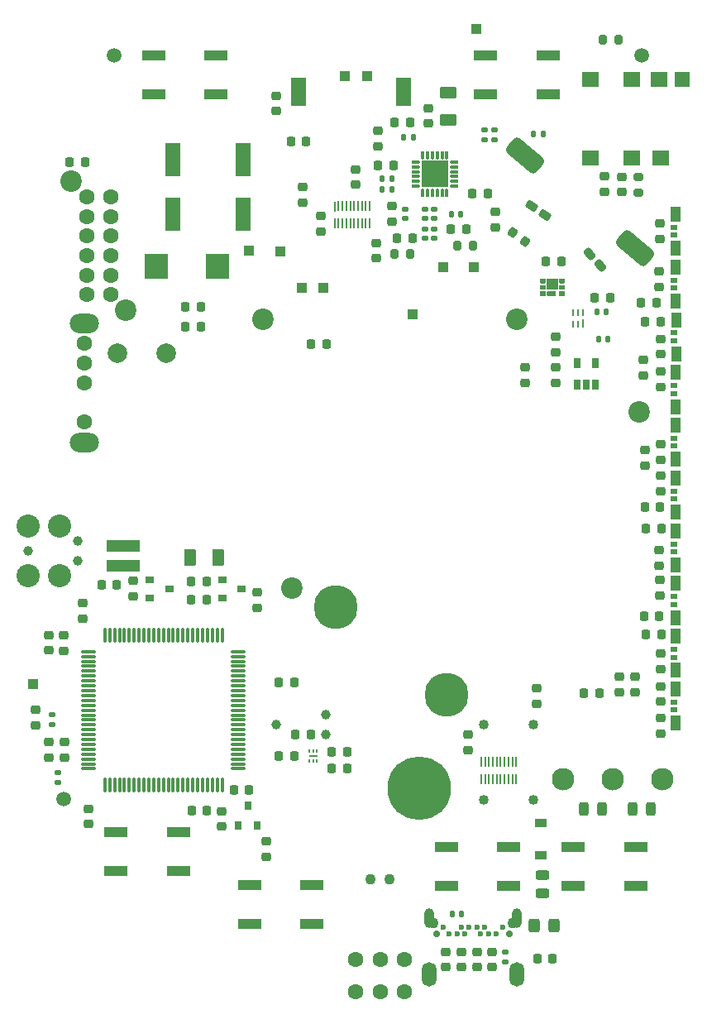
<source format=gbr>
G04 #@! TF.GenerationSoftware,KiCad,Pcbnew,6.0.2+dfsg-1*
G04 #@! TF.CreationDate,2022-08-23T15:38:09-04:00*
G04 #@! TF.ProjectId,RUSP_Mainboard,52555350-5f4d-4616-996e-626f6172642e,rev?*
G04 #@! TF.SameCoordinates,Original*
G04 #@! TF.FileFunction,Soldermask,Bot*
G04 #@! TF.FilePolarity,Negative*
%FSLAX46Y46*%
G04 Gerber Fmt 4.6, Leading zero omitted, Abs format (unit mm)*
G04 Created by KiCad (PCBNEW 6.0.2+dfsg-1) date 2022-08-23 15:38:09*
%MOMM*%
%LPD*%
G01*
G04 APERTURE LIST*
G04 Aperture macros list*
%AMRoundRect*
0 Rectangle with rounded corners*
0 $1 Rounding radius*
0 $2 $3 $4 $5 $6 $7 $8 $9 X,Y pos of 4 corners*
0 Add a 4 corners polygon primitive as box body*
4,1,4,$2,$3,$4,$5,$6,$7,$8,$9,$2,$3,0*
0 Add four circle primitives for the rounded corners*
1,1,$1+$1,$2,$3*
1,1,$1+$1,$4,$5*
1,1,$1+$1,$6,$7*
1,1,$1+$1,$8,$9*
0 Add four rect primitives between the rounded corners*
20,1,$1+$1,$2,$3,$4,$5,0*
20,1,$1+$1,$4,$5,$6,$7,0*
20,1,$1+$1,$6,$7,$8,$9,0*
20,1,$1+$1,$8,$9,$2,$3,0*%
%AMFreePoly0*
4,1,10,0.140000,0.000000,0.121244,-0.070000,0.070000,-0.121244,0.000000,-0.140000,-0.070000,-0.121244,-0.121244,-0.070000,-0.140000,0.000000,-0.140000,0.710000,0.140000,0.710000,0.140000,0.000000,0.140000,0.000000,$1*%
G04 Aperture macros list end*
%ADD10C,0.010000*%
%ADD11C,1.020000*%
%ADD12C,2.300000*%
%ADD13C,2.200000*%
%ADD14C,6.500000*%
%ADD15C,1.600000*%
%ADD16C,0.700000*%
%ADD17C,0.600000*%
%ADD18O,1.000000X2.000000*%
%ADD19O,1.500000X2.500000*%
%ADD20C,1.100000*%
%ADD21C,2.375000*%
%ADD22C,0.991000*%
%ADD23C,2.000000*%
%ADD24R,0.900000X0.800000*%
%ADD25RoundRect,0.218750X-0.256250X0.218750X-0.256250X-0.218750X0.256250X-0.218750X0.256250X0.218750X0*%
%ADD26RoundRect,0.218750X-0.218750X-0.256250X0.218750X-0.256250X0.218750X0.256250X-0.218750X0.256250X0*%
%ADD27RoundRect,0.218750X0.218750X0.256250X-0.218750X0.256250X-0.218750X-0.256250X0.218750X-0.256250X0*%
%ADD28RoundRect,0.218750X0.256250X-0.218750X0.256250X0.218750X-0.256250X0.218750X-0.256250X-0.218750X0*%
%ADD29RoundRect,0.147500X0.172500X-0.147500X0.172500X0.147500X-0.172500X0.147500X-0.172500X-0.147500X0*%
%ADD30RoundRect,0.147500X0.147500X0.172500X-0.147500X0.172500X-0.147500X-0.172500X0.147500X-0.172500X0*%
%ADD31RoundRect,0.147500X-0.172500X0.147500X-0.172500X-0.147500X0.172500X-0.147500X0.172500X0.147500X0*%
%ADD32RoundRect,0.225000X-0.250000X0.225000X-0.250000X-0.225000X0.250000X-0.225000X0.250000X0.225000X0*%
%ADD33RoundRect,0.225000X-0.225000X-0.250000X0.225000X-0.250000X0.225000X0.250000X-0.225000X0.250000X0*%
%ADD34R,1.600000X3.500000*%
%ADD35R,2.400000X1.100000*%
%ADD36R,1.000000X1.000000*%
%ADD37R,1.600000X1.600000*%
%ADD38R,1.800000X1.600000*%
%ADD39RoundRect,0.243750X-0.243750X-0.456250X0.243750X-0.456250X0.243750X0.456250X-0.243750X0.456250X0*%
%ADD40RoundRect,0.225000X0.225000X0.250000X-0.225000X0.250000X-0.225000X-0.250000X0.225000X-0.250000X0*%
%ADD41R,0.800000X0.500000*%
%ADD42R,1.000000X1.500000*%
%ADD43RoundRect,0.250000X0.375000X0.625000X-0.375000X0.625000X-0.375000X-0.625000X0.375000X-0.625000X0*%
%ADD44FreePoly0,90.000000*%
%ADD45FreePoly0,0.000000*%
%ADD46FreePoly0,270.000000*%
%ADD47FreePoly0,180.000000*%
%ADD48R,2.700000X2.700000*%
%ADD49RoundRect,0.147500X-0.147500X-0.172500X0.147500X-0.172500X0.147500X0.172500X-0.147500X0.172500X0*%
%ADD50RoundRect,0.212500X0.425571X-0.155068X-0.109734X0.439448X-0.425571X0.155068X0.109734X-0.439448X0*%
%ADD51RoundRect,0.200000X-0.200000X-0.275000X0.200000X-0.275000X0.200000X0.275000X-0.200000X0.275000X0*%
%ADD52O,3.000000X2.000000*%
%ADD53R,1.500000X3.000000*%
%ADD54C,4.500000*%
%ADD55R,0.280000X0.850000*%
%ADD56R,0.280000X0.750000*%
%ADD57R,3.400000X1.200000*%
%ADD58C,1.500000*%
%ADD59R,0.650000X1.060000*%
%ADD60RoundRect,0.243750X-0.456250X0.243750X-0.456250X-0.243750X0.456250X-0.243750X0.456250X0.243750X0*%
%ADD61R,2.370000X2.550000*%
%ADD62R,1.200000X0.900000*%
%ADD63R,0.180000X1.100000*%
%ADD64R,0.180000X1.000000*%
%ADD65RoundRect,0.249999X0.325001X0.450001X-0.325001X0.450001X-0.325001X-0.450001X0.325001X-0.450001X0*%
%ADD66R,0.800000X0.900000*%
%ADD67RoundRect,0.250000X0.625000X-0.375000X0.625000X0.375000X-0.625000X0.375000X-0.625000X-0.375000X0*%
%ADD68RoundRect,0.218750X-0.326168X-0.084438X0.032211X-0.335378X0.326168X0.084438X-0.032211X0.335378X0*%
%ADD69RoundRect,0.212500X0.449546X-0.055361X-0.205776X0.403500X-0.449546X0.055361X0.205776X-0.403500X0*%
%ADD70R,0.940000X0.250000*%
%ADD71R,0.180000X0.350000*%
%ADD72RoundRect,0.070000X0.070000X-0.667500X0.070000X0.667500X-0.070000X0.667500X-0.070000X-0.667500X0*%
%ADD73RoundRect,0.070000X0.667500X-0.070000X0.667500X0.070000X-0.667500X0.070000X-0.667500X-0.070000X0*%
%ADD74RoundRect,0.500000X1.470460X-0.581159X-0.827673X1.347204X-1.470460X0.581159X0.827673X-1.347204X0*%
%ADD75RoundRect,0.200000X0.200000X0.275000X-0.200000X0.275000X-0.200000X-0.275000X0.200000X-0.275000X0*%
%ADD76RoundRect,0.200000X-0.275000X0.200000X-0.275000X-0.200000X0.275000X-0.200000X0.275000X0.200000X0*%
G04 APERTURE END LIST*
D10*
X168300000Y-81950000D02*
X168300000Y-82150000D01*
X168300000Y-82150000D02*
X168300137Y-82155234D01*
X168300137Y-82155234D02*
X168300548Y-82160453D01*
X168300548Y-82160453D02*
X168301231Y-82165643D01*
X168301231Y-82165643D02*
X168302185Y-82170791D01*
X168302185Y-82170791D02*
X168303407Y-82175882D01*
X168303407Y-82175882D02*
X168304894Y-82180902D01*
X168304894Y-82180902D02*
X168306642Y-82185837D01*
X168306642Y-82185837D02*
X168308645Y-82190674D01*
X168308645Y-82190674D02*
X168310899Y-82195399D01*
X168310899Y-82195399D02*
X168313397Y-82200000D01*
X168313397Y-82200000D02*
X168316133Y-82204464D01*
X168316133Y-82204464D02*
X168319098Y-82208779D01*
X168319098Y-82208779D02*
X168322285Y-82212932D01*
X168322285Y-82212932D02*
X168325686Y-82216913D01*
X168325686Y-82216913D02*
X168329289Y-82220711D01*
X168329289Y-82220711D02*
X168333087Y-82224314D01*
X168333087Y-82224314D02*
X168337068Y-82227715D01*
X168337068Y-82227715D02*
X168341221Y-82230902D01*
X168341221Y-82230902D02*
X168345536Y-82233867D01*
X168345536Y-82233867D02*
X168350000Y-82236603D01*
X168350000Y-82236603D02*
X168354601Y-82239101D01*
X168354601Y-82239101D02*
X168359326Y-82241355D01*
X168359326Y-82241355D02*
X168364163Y-82243358D01*
X168364163Y-82243358D02*
X168369098Y-82245106D01*
X168369098Y-82245106D02*
X168374118Y-82246593D01*
X168374118Y-82246593D02*
X168379209Y-82247815D01*
X168379209Y-82247815D02*
X168384357Y-82248769D01*
X168384357Y-82248769D02*
X168389547Y-82249452D01*
X168389547Y-82249452D02*
X168394766Y-82249863D01*
X168394766Y-82249863D02*
X168400000Y-82250000D01*
X168400000Y-82250000D02*
X168750000Y-82250000D01*
X168750000Y-82250000D02*
X168755234Y-82249863D01*
X168755234Y-82249863D02*
X168760453Y-82249452D01*
X168760453Y-82249452D02*
X168765643Y-82248769D01*
X168765643Y-82248769D02*
X168770791Y-82247815D01*
X168770791Y-82247815D02*
X168775882Y-82246593D01*
X168775882Y-82246593D02*
X168780902Y-82245106D01*
X168780902Y-82245106D02*
X168785837Y-82243358D01*
X168785837Y-82243358D02*
X168790674Y-82241355D01*
X168790674Y-82241355D02*
X168795399Y-82239101D01*
X168795399Y-82239101D02*
X168800000Y-82236603D01*
X168800000Y-82236603D02*
X168804464Y-82233867D01*
X168804464Y-82233867D02*
X168808779Y-82230902D01*
X168808779Y-82230902D02*
X168812932Y-82227715D01*
X168812932Y-82227715D02*
X168816913Y-82224314D01*
X168816913Y-82224314D02*
X168820711Y-82220711D01*
X168820711Y-82220711D02*
X168824314Y-82216913D01*
X168824314Y-82216913D02*
X168827715Y-82212932D01*
X168827715Y-82212932D02*
X168830902Y-82208779D01*
X168830902Y-82208779D02*
X168833867Y-82204464D01*
X168833867Y-82204464D02*
X168836603Y-82200000D01*
X168836603Y-82200000D02*
X168839101Y-82195399D01*
X168839101Y-82195399D02*
X168841355Y-82190674D01*
X168841355Y-82190674D02*
X168843358Y-82185837D01*
X168843358Y-82185837D02*
X168845106Y-82180902D01*
X168845106Y-82180902D02*
X168846593Y-82175882D01*
X168846593Y-82175882D02*
X168847815Y-82170791D01*
X168847815Y-82170791D02*
X168848769Y-82165643D01*
X168848769Y-82165643D02*
X168849452Y-82160453D01*
X168849452Y-82160453D02*
X168849863Y-82155234D01*
X168849863Y-82155234D02*
X168850000Y-82150000D01*
X168850000Y-82150000D02*
X168850000Y-81950000D01*
X168850000Y-81950000D02*
X168849863Y-81944766D01*
X168849863Y-81944766D02*
X168849452Y-81939547D01*
X168849452Y-81939547D02*
X168848769Y-81934357D01*
X168848769Y-81934357D02*
X168847815Y-81929209D01*
X168847815Y-81929209D02*
X168846593Y-81924118D01*
X168846593Y-81924118D02*
X168845106Y-81919098D01*
X168845106Y-81919098D02*
X168843358Y-81914163D01*
X168843358Y-81914163D02*
X168841355Y-81909326D01*
X168841355Y-81909326D02*
X168839101Y-81904601D01*
X168839101Y-81904601D02*
X168836603Y-81900000D01*
X168836603Y-81900000D02*
X168833867Y-81895536D01*
X168833867Y-81895536D02*
X168830902Y-81891221D01*
X168830902Y-81891221D02*
X168827715Y-81887068D01*
X168827715Y-81887068D02*
X168824314Y-81883087D01*
X168824314Y-81883087D02*
X168820711Y-81879289D01*
X168820711Y-81879289D02*
X168816913Y-81875686D01*
X168816913Y-81875686D02*
X168812932Y-81872285D01*
X168812932Y-81872285D02*
X168808779Y-81869098D01*
X168808779Y-81869098D02*
X168804464Y-81866133D01*
X168804464Y-81866133D02*
X168800000Y-81863397D01*
X168800000Y-81863397D02*
X168795399Y-81860899D01*
X168795399Y-81860899D02*
X168790674Y-81858645D01*
X168790674Y-81858645D02*
X168785837Y-81856642D01*
X168785837Y-81856642D02*
X168780902Y-81854894D01*
X168780902Y-81854894D02*
X168775882Y-81853407D01*
X168775882Y-81853407D02*
X168770791Y-81852185D01*
X168770791Y-81852185D02*
X168765643Y-81851231D01*
X168765643Y-81851231D02*
X168760453Y-81850548D01*
X168760453Y-81850548D02*
X168755234Y-81850137D01*
X168755234Y-81850137D02*
X168750000Y-81850000D01*
X168750000Y-81850000D02*
X168400000Y-81850000D01*
X168400000Y-81850000D02*
X168394766Y-81850137D01*
X168394766Y-81850137D02*
X168389547Y-81850548D01*
X168389547Y-81850548D02*
X168384357Y-81851231D01*
X168384357Y-81851231D02*
X168379209Y-81852185D01*
X168379209Y-81852185D02*
X168374118Y-81853407D01*
X168374118Y-81853407D02*
X168369098Y-81854894D01*
X168369098Y-81854894D02*
X168364163Y-81856642D01*
X168364163Y-81856642D02*
X168359326Y-81858645D01*
X168359326Y-81858645D02*
X168354601Y-81860899D01*
X168354601Y-81860899D02*
X168350000Y-81863397D01*
X168350000Y-81863397D02*
X168345536Y-81866133D01*
X168345536Y-81866133D02*
X168341221Y-81869098D01*
X168341221Y-81869098D02*
X168337068Y-81872285D01*
X168337068Y-81872285D02*
X168333087Y-81875686D01*
X168333087Y-81875686D02*
X168329289Y-81879289D01*
X168329289Y-81879289D02*
X168325686Y-81883087D01*
X168325686Y-81883087D02*
X168322285Y-81887068D01*
X168322285Y-81887068D02*
X168319098Y-81891221D01*
X168319098Y-81891221D02*
X168316133Y-81895536D01*
X168316133Y-81895536D02*
X168313397Y-81900000D01*
X168313397Y-81900000D02*
X168310899Y-81904601D01*
X168310899Y-81904601D02*
X168308645Y-81909326D01*
X168308645Y-81909326D02*
X168306642Y-81914163D01*
X168306642Y-81914163D02*
X168304894Y-81919098D01*
X168304894Y-81919098D02*
X168303407Y-81924118D01*
X168303407Y-81924118D02*
X168302185Y-81929209D01*
X168302185Y-81929209D02*
X168301231Y-81934357D01*
X168301231Y-81934357D02*
X168300548Y-81939547D01*
X168300548Y-81939547D02*
X168300137Y-81944766D01*
X168300137Y-81944766D02*
X168300000Y-81950000D01*
X168300000Y-81950000D02*
X168300000Y-81950000D01*
G36*
X168755234Y-81850137D02*
G01*
X168760453Y-81850548D01*
X168765643Y-81851231D01*
X168770791Y-81852185D01*
X168775882Y-81853407D01*
X168780902Y-81854894D01*
X168785837Y-81856642D01*
X168790674Y-81858645D01*
X168795399Y-81860899D01*
X168800000Y-81863397D01*
X168804464Y-81866133D01*
X168808779Y-81869098D01*
X168812932Y-81872285D01*
X168816913Y-81875686D01*
X168820711Y-81879289D01*
X168824314Y-81883087D01*
X168827715Y-81887068D01*
X168830902Y-81891221D01*
X168833867Y-81895536D01*
X168836603Y-81900000D01*
X168839101Y-81904601D01*
X168841355Y-81909326D01*
X168843358Y-81914163D01*
X168845106Y-81919098D01*
X168846593Y-81924118D01*
X168847815Y-81929209D01*
X168848769Y-81934357D01*
X168849452Y-81939547D01*
X168849863Y-81944766D01*
X168850000Y-81950000D01*
X168850000Y-82150000D01*
X168849863Y-82155234D01*
X168849452Y-82160453D01*
X168848769Y-82165643D01*
X168847815Y-82170791D01*
X168846593Y-82175882D01*
X168845106Y-82180902D01*
X168843358Y-82185837D01*
X168841355Y-82190674D01*
X168839101Y-82195399D01*
X168836603Y-82200000D01*
X168833867Y-82204464D01*
X168830902Y-82208779D01*
X168827715Y-82212932D01*
X168824314Y-82216913D01*
X168820711Y-82220711D01*
X168816913Y-82224314D01*
X168812932Y-82227715D01*
X168808779Y-82230902D01*
X168804464Y-82233867D01*
X168800000Y-82236603D01*
X168795399Y-82239101D01*
X168790674Y-82241355D01*
X168785837Y-82243358D01*
X168780902Y-82245106D01*
X168775882Y-82246593D01*
X168770791Y-82247815D01*
X168765643Y-82248769D01*
X168760453Y-82249452D01*
X168755234Y-82249863D01*
X168750000Y-82250000D01*
X168400000Y-82250000D01*
X168394766Y-82249863D01*
X168389547Y-82249452D01*
X168384357Y-82248769D01*
X168379209Y-82247815D01*
X168374118Y-82246593D01*
X168369098Y-82245106D01*
X168364163Y-82243358D01*
X168359326Y-82241355D01*
X168354601Y-82239101D01*
X168350000Y-82236603D01*
X168345536Y-82233867D01*
X168341221Y-82230902D01*
X168337068Y-82227715D01*
X168333087Y-82224314D01*
X168329289Y-82220711D01*
X168325686Y-82216913D01*
X168322285Y-82212932D01*
X168319098Y-82208779D01*
X168316133Y-82204464D01*
X168313397Y-82200000D01*
X168310899Y-82195399D01*
X168308645Y-82190674D01*
X168306642Y-82185837D01*
X168304894Y-82180902D01*
X168303407Y-82175882D01*
X168302185Y-82170791D01*
X168301231Y-82165643D01*
X168300548Y-82160453D01*
X168300137Y-82155234D01*
X168300000Y-82150000D01*
X168300000Y-81950000D01*
X168300137Y-81944766D01*
X168300548Y-81939547D01*
X168301231Y-81934357D01*
X168302185Y-81929209D01*
X168303407Y-81924118D01*
X168304894Y-81919098D01*
X168306642Y-81914163D01*
X168308645Y-81909326D01*
X168310899Y-81904601D01*
X168313397Y-81900000D01*
X168316133Y-81895536D01*
X168319098Y-81891221D01*
X168322285Y-81887068D01*
X168325686Y-81883087D01*
X168329289Y-81879289D01*
X168333087Y-81875686D01*
X168337068Y-81872285D01*
X168341221Y-81869098D01*
X168345536Y-81866133D01*
X168350000Y-81863397D01*
X168354601Y-81860899D01*
X168359326Y-81858645D01*
X168364163Y-81856642D01*
X168369098Y-81854894D01*
X168374118Y-81853407D01*
X168379209Y-81852185D01*
X168384357Y-81851231D01*
X168389547Y-81850548D01*
X168394766Y-81850137D01*
X168400000Y-81850000D01*
X168750000Y-81850000D01*
X168755234Y-81850137D01*
G37*
X168755234Y-81850137D02*
X168760453Y-81850548D01*
X168765643Y-81851231D01*
X168770791Y-81852185D01*
X168775882Y-81853407D01*
X168780902Y-81854894D01*
X168785837Y-81856642D01*
X168790674Y-81858645D01*
X168795399Y-81860899D01*
X168800000Y-81863397D01*
X168804464Y-81866133D01*
X168808779Y-81869098D01*
X168812932Y-81872285D01*
X168816913Y-81875686D01*
X168820711Y-81879289D01*
X168824314Y-81883087D01*
X168827715Y-81887068D01*
X168830902Y-81891221D01*
X168833867Y-81895536D01*
X168836603Y-81900000D01*
X168839101Y-81904601D01*
X168841355Y-81909326D01*
X168843358Y-81914163D01*
X168845106Y-81919098D01*
X168846593Y-81924118D01*
X168847815Y-81929209D01*
X168848769Y-81934357D01*
X168849452Y-81939547D01*
X168849863Y-81944766D01*
X168850000Y-81950000D01*
X168850000Y-82150000D01*
X168849863Y-82155234D01*
X168849452Y-82160453D01*
X168848769Y-82165643D01*
X168847815Y-82170791D01*
X168846593Y-82175882D01*
X168845106Y-82180902D01*
X168843358Y-82185837D01*
X168841355Y-82190674D01*
X168839101Y-82195399D01*
X168836603Y-82200000D01*
X168833867Y-82204464D01*
X168830902Y-82208779D01*
X168827715Y-82212932D01*
X168824314Y-82216913D01*
X168820711Y-82220711D01*
X168816913Y-82224314D01*
X168812932Y-82227715D01*
X168808779Y-82230902D01*
X168804464Y-82233867D01*
X168800000Y-82236603D01*
X168795399Y-82239101D01*
X168790674Y-82241355D01*
X168785837Y-82243358D01*
X168780902Y-82245106D01*
X168775882Y-82246593D01*
X168770791Y-82247815D01*
X168765643Y-82248769D01*
X168760453Y-82249452D01*
X168755234Y-82249863D01*
X168750000Y-82250000D01*
X168400000Y-82250000D01*
X168394766Y-82249863D01*
X168389547Y-82249452D01*
X168384357Y-82248769D01*
X168379209Y-82247815D01*
X168374118Y-82246593D01*
X168369098Y-82245106D01*
X168364163Y-82243358D01*
X168359326Y-82241355D01*
X168354601Y-82239101D01*
X168350000Y-82236603D01*
X168345536Y-82233867D01*
X168341221Y-82230902D01*
X168337068Y-82227715D01*
X168333087Y-82224314D01*
X168329289Y-82220711D01*
X168325686Y-82216913D01*
X168322285Y-82212932D01*
X168319098Y-82208779D01*
X168316133Y-82204464D01*
X168313397Y-82200000D01*
X168310899Y-82195399D01*
X168308645Y-82190674D01*
X168306642Y-82185837D01*
X168304894Y-82180902D01*
X168303407Y-82175882D01*
X168302185Y-82170791D01*
X168301231Y-82165643D01*
X168300548Y-82160453D01*
X168300137Y-82155234D01*
X168300000Y-82150000D01*
X168300000Y-81950000D01*
X168300137Y-81944766D01*
X168300548Y-81939547D01*
X168301231Y-81934357D01*
X168302185Y-81929209D01*
X168303407Y-81924118D01*
X168304894Y-81919098D01*
X168306642Y-81914163D01*
X168308645Y-81909326D01*
X168310899Y-81904601D01*
X168313397Y-81900000D01*
X168316133Y-81895536D01*
X168319098Y-81891221D01*
X168322285Y-81887068D01*
X168325686Y-81883087D01*
X168329289Y-81879289D01*
X168333087Y-81875686D01*
X168337068Y-81872285D01*
X168341221Y-81869098D01*
X168345536Y-81866133D01*
X168350000Y-81863397D01*
X168354601Y-81860899D01*
X168359326Y-81858645D01*
X168364163Y-81856642D01*
X168369098Y-81854894D01*
X168374118Y-81853407D01*
X168379209Y-81852185D01*
X168384357Y-81851231D01*
X168389547Y-81850548D01*
X168394766Y-81850137D01*
X168400000Y-81850000D01*
X168750000Y-81850000D01*
X168755234Y-81850137D01*
X166350000Y-82600000D02*
X166350000Y-82800000D01*
X166350000Y-82800000D02*
X166350137Y-82805234D01*
X166350137Y-82805234D02*
X166350548Y-82810453D01*
X166350548Y-82810453D02*
X166351231Y-82815643D01*
X166351231Y-82815643D02*
X166352185Y-82820791D01*
X166352185Y-82820791D02*
X166353407Y-82825882D01*
X166353407Y-82825882D02*
X166354894Y-82830902D01*
X166354894Y-82830902D02*
X166356642Y-82835837D01*
X166356642Y-82835837D02*
X166358645Y-82840674D01*
X166358645Y-82840674D02*
X166360899Y-82845399D01*
X166360899Y-82845399D02*
X166363397Y-82850000D01*
X166363397Y-82850000D02*
X166366133Y-82854464D01*
X166366133Y-82854464D02*
X166369098Y-82858779D01*
X166369098Y-82858779D02*
X166372285Y-82862932D01*
X166372285Y-82862932D02*
X166375686Y-82866913D01*
X166375686Y-82866913D02*
X166379289Y-82870711D01*
X166379289Y-82870711D02*
X166383087Y-82874314D01*
X166383087Y-82874314D02*
X166387068Y-82877715D01*
X166387068Y-82877715D02*
X166391221Y-82880902D01*
X166391221Y-82880902D02*
X166395536Y-82883867D01*
X166395536Y-82883867D02*
X166400000Y-82886603D01*
X166400000Y-82886603D02*
X166404601Y-82889101D01*
X166404601Y-82889101D02*
X166409326Y-82891355D01*
X166409326Y-82891355D02*
X166414163Y-82893358D01*
X166414163Y-82893358D02*
X166419098Y-82895106D01*
X166419098Y-82895106D02*
X166424118Y-82896593D01*
X166424118Y-82896593D02*
X166429209Y-82897815D01*
X166429209Y-82897815D02*
X166434357Y-82898769D01*
X166434357Y-82898769D02*
X166439547Y-82899452D01*
X166439547Y-82899452D02*
X166444766Y-82899863D01*
X166444766Y-82899863D02*
X166450000Y-82900000D01*
X166450000Y-82900000D02*
X166800000Y-82900000D01*
X166800000Y-82900000D02*
X166805234Y-82899863D01*
X166805234Y-82899863D02*
X166810453Y-82899452D01*
X166810453Y-82899452D02*
X166815643Y-82898769D01*
X166815643Y-82898769D02*
X166820791Y-82897815D01*
X166820791Y-82897815D02*
X166825882Y-82896593D01*
X166825882Y-82896593D02*
X166830902Y-82895106D01*
X166830902Y-82895106D02*
X166835837Y-82893358D01*
X166835837Y-82893358D02*
X166840674Y-82891355D01*
X166840674Y-82891355D02*
X166845399Y-82889101D01*
X166845399Y-82889101D02*
X166850000Y-82886603D01*
X166850000Y-82886603D02*
X166854464Y-82883867D01*
X166854464Y-82883867D02*
X166858779Y-82880902D01*
X166858779Y-82880902D02*
X166862932Y-82877715D01*
X166862932Y-82877715D02*
X166866913Y-82874314D01*
X166866913Y-82874314D02*
X166870711Y-82870711D01*
X166870711Y-82870711D02*
X166874314Y-82866913D01*
X166874314Y-82866913D02*
X166877715Y-82862932D01*
X166877715Y-82862932D02*
X166880902Y-82858779D01*
X166880902Y-82858779D02*
X166883867Y-82854464D01*
X166883867Y-82854464D02*
X166886603Y-82850000D01*
X166886603Y-82850000D02*
X166889101Y-82845399D01*
X166889101Y-82845399D02*
X166891355Y-82840674D01*
X166891355Y-82840674D02*
X166893358Y-82835837D01*
X166893358Y-82835837D02*
X166895106Y-82830902D01*
X166895106Y-82830902D02*
X166896593Y-82825882D01*
X166896593Y-82825882D02*
X166897815Y-82820791D01*
X166897815Y-82820791D02*
X166898769Y-82815643D01*
X166898769Y-82815643D02*
X166899452Y-82810453D01*
X166899452Y-82810453D02*
X166899863Y-82805234D01*
X166899863Y-82805234D02*
X166900000Y-82800000D01*
X166900000Y-82800000D02*
X166900000Y-82600000D01*
X166900000Y-82600000D02*
X166899863Y-82594766D01*
X166899863Y-82594766D02*
X166899452Y-82589547D01*
X166899452Y-82589547D02*
X166898769Y-82584357D01*
X166898769Y-82584357D02*
X166897815Y-82579209D01*
X166897815Y-82579209D02*
X166896593Y-82574118D01*
X166896593Y-82574118D02*
X166895106Y-82569098D01*
X166895106Y-82569098D02*
X166893358Y-82564163D01*
X166893358Y-82564163D02*
X166891355Y-82559326D01*
X166891355Y-82559326D02*
X166889101Y-82554601D01*
X166889101Y-82554601D02*
X166886603Y-82550000D01*
X166886603Y-82550000D02*
X166883867Y-82545536D01*
X166883867Y-82545536D02*
X166880902Y-82541221D01*
X166880902Y-82541221D02*
X166877715Y-82537068D01*
X166877715Y-82537068D02*
X166874314Y-82533087D01*
X166874314Y-82533087D02*
X166870711Y-82529289D01*
X166870711Y-82529289D02*
X166866913Y-82525686D01*
X166866913Y-82525686D02*
X166862932Y-82522285D01*
X166862932Y-82522285D02*
X166858779Y-82519098D01*
X166858779Y-82519098D02*
X166854464Y-82516133D01*
X166854464Y-82516133D02*
X166850000Y-82513397D01*
X166850000Y-82513397D02*
X166845399Y-82510899D01*
X166845399Y-82510899D02*
X166840674Y-82508645D01*
X166840674Y-82508645D02*
X166835837Y-82506642D01*
X166835837Y-82506642D02*
X166830902Y-82504894D01*
X166830902Y-82504894D02*
X166825882Y-82503407D01*
X166825882Y-82503407D02*
X166820791Y-82502185D01*
X166820791Y-82502185D02*
X166815643Y-82501231D01*
X166815643Y-82501231D02*
X166810453Y-82500548D01*
X166810453Y-82500548D02*
X166805234Y-82500137D01*
X166805234Y-82500137D02*
X166800000Y-82500000D01*
X166800000Y-82500000D02*
X166450000Y-82500000D01*
X166450000Y-82500000D02*
X166444766Y-82500137D01*
X166444766Y-82500137D02*
X166439547Y-82500548D01*
X166439547Y-82500548D02*
X166434357Y-82501231D01*
X166434357Y-82501231D02*
X166429209Y-82502185D01*
X166429209Y-82502185D02*
X166424118Y-82503407D01*
X166424118Y-82503407D02*
X166419098Y-82504894D01*
X166419098Y-82504894D02*
X166414163Y-82506642D01*
X166414163Y-82506642D02*
X166409326Y-82508645D01*
X166409326Y-82508645D02*
X166404601Y-82510899D01*
X166404601Y-82510899D02*
X166400000Y-82513397D01*
X166400000Y-82513397D02*
X166395536Y-82516133D01*
X166395536Y-82516133D02*
X166391221Y-82519098D01*
X166391221Y-82519098D02*
X166387068Y-82522285D01*
X166387068Y-82522285D02*
X166383087Y-82525686D01*
X166383087Y-82525686D02*
X166379289Y-82529289D01*
X166379289Y-82529289D02*
X166375686Y-82533087D01*
X166375686Y-82533087D02*
X166372285Y-82537068D01*
X166372285Y-82537068D02*
X166369098Y-82541221D01*
X166369098Y-82541221D02*
X166366133Y-82545536D01*
X166366133Y-82545536D02*
X166363397Y-82550000D01*
X166363397Y-82550000D02*
X166360899Y-82554601D01*
X166360899Y-82554601D02*
X166358645Y-82559326D01*
X166358645Y-82559326D02*
X166356642Y-82564163D01*
X166356642Y-82564163D02*
X166354894Y-82569098D01*
X166354894Y-82569098D02*
X166353407Y-82574118D01*
X166353407Y-82574118D02*
X166352185Y-82579209D01*
X166352185Y-82579209D02*
X166351231Y-82584357D01*
X166351231Y-82584357D02*
X166350548Y-82589547D01*
X166350548Y-82589547D02*
X166350137Y-82594766D01*
X166350137Y-82594766D02*
X166350000Y-82600000D01*
X166350000Y-82600000D02*
X166350000Y-82600000D01*
G36*
X166805234Y-82500137D02*
G01*
X166810453Y-82500548D01*
X166815643Y-82501231D01*
X166820791Y-82502185D01*
X166825882Y-82503407D01*
X166830902Y-82504894D01*
X166835837Y-82506642D01*
X166840674Y-82508645D01*
X166845399Y-82510899D01*
X166850000Y-82513397D01*
X166854464Y-82516133D01*
X166858779Y-82519098D01*
X166862932Y-82522285D01*
X166866913Y-82525686D01*
X166870711Y-82529289D01*
X166874314Y-82533087D01*
X166877715Y-82537068D01*
X166880902Y-82541221D01*
X166883867Y-82545536D01*
X166886603Y-82550000D01*
X166889101Y-82554601D01*
X166891355Y-82559326D01*
X166893358Y-82564163D01*
X166895106Y-82569098D01*
X166896593Y-82574118D01*
X166897815Y-82579209D01*
X166898769Y-82584357D01*
X166899452Y-82589547D01*
X166899863Y-82594766D01*
X166900000Y-82600000D01*
X166900000Y-82800000D01*
X166899863Y-82805234D01*
X166899452Y-82810453D01*
X166898769Y-82815643D01*
X166897815Y-82820791D01*
X166896593Y-82825882D01*
X166895106Y-82830902D01*
X166893358Y-82835837D01*
X166891355Y-82840674D01*
X166889101Y-82845399D01*
X166886603Y-82850000D01*
X166883867Y-82854464D01*
X166880902Y-82858779D01*
X166877715Y-82862932D01*
X166874314Y-82866913D01*
X166870711Y-82870711D01*
X166866913Y-82874314D01*
X166862932Y-82877715D01*
X166858779Y-82880902D01*
X166854464Y-82883867D01*
X166850000Y-82886603D01*
X166845399Y-82889101D01*
X166840674Y-82891355D01*
X166835837Y-82893358D01*
X166830902Y-82895106D01*
X166825882Y-82896593D01*
X166820791Y-82897815D01*
X166815643Y-82898769D01*
X166810453Y-82899452D01*
X166805234Y-82899863D01*
X166800000Y-82900000D01*
X166450000Y-82900000D01*
X166444766Y-82899863D01*
X166439547Y-82899452D01*
X166434357Y-82898769D01*
X166429209Y-82897815D01*
X166424118Y-82896593D01*
X166419098Y-82895106D01*
X166414163Y-82893358D01*
X166409326Y-82891355D01*
X166404601Y-82889101D01*
X166400000Y-82886603D01*
X166395536Y-82883867D01*
X166391221Y-82880902D01*
X166387068Y-82877715D01*
X166383087Y-82874314D01*
X166379289Y-82870711D01*
X166375686Y-82866913D01*
X166372285Y-82862932D01*
X166369098Y-82858779D01*
X166366133Y-82854464D01*
X166363397Y-82850000D01*
X166360899Y-82845399D01*
X166358645Y-82840674D01*
X166356642Y-82835837D01*
X166354894Y-82830902D01*
X166353407Y-82825882D01*
X166352185Y-82820791D01*
X166351231Y-82815643D01*
X166350548Y-82810453D01*
X166350137Y-82805234D01*
X166350000Y-82800000D01*
X166350000Y-82600000D01*
X166350137Y-82594766D01*
X166350548Y-82589547D01*
X166351231Y-82584357D01*
X166352185Y-82579209D01*
X166353407Y-82574118D01*
X166354894Y-82569098D01*
X166356642Y-82564163D01*
X166358645Y-82559326D01*
X166360899Y-82554601D01*
X166363397Y-82550000D01*
X166366133Y-82545536D01*
X166369098Y-82541221D01*
X166372285Y-82537068D01*
X166375686Y-82533087D01*
X166379289Y-82529289D01*
X166383087Y-82525686D01*
X166387068Y-82522285D01*
X166391221Y-82519098D01*
X166395536Y-82516133D01*
X166400000Y-82513397D01*
X166404601Y-82510899D01*
X166409326Y-82508645D01*
X166414163Y-82506642D01*
X166419098Y-82504894D01*
X166424118Y-82503407D01*
X166429209Y-82502185D01*
X166434357Y-82501231D01*
X166439547Y-82500548D01*
X166444766Y-82500137D01*
X166450000Y-82500000D01*
X166800000Y-82500000D01*
X166805234Y-82500137D01*
G37*
X166805234Y-82500137D02*
X166810453Y-82500548D01*
X166815643Y-82501231D01*
X166820791Y-82502185D01*
X166825882Y-82503407D01*
X166830902Y-82504894D01*
X166835837Y-82506642D01*
X166840674Y-82508645D01*
X166845399Y-82510899D01*
X166850000Y-82513397D01*
X166854464Y-82516133D01*
X166858779Y-82519098D01*
X166862932Y-82522285D01*
X166866913Y-82525686D01*
X166870711Y-82529289D01*
X166874314Y-82533087D01*
X166877715Y-82537068D01*
X166880902Y-82541221D01*
X166883867Y-82545536D01*
X166886603Y-82550000D01*
X166889101Y-82554601D01*
X166891355Y-82559326D01*
X166893358Y-82564163D01*
X166895106Y-82569098D01*
X166896593Y-82574118D01*
X166897815Y-82579209D01*
X166898769Y-82584357D01*
X166899452Y-82589547D01*
X166899863Y-82594766D01*
X166900000Y-82600000D01*
X166900000Y-82800000D01*
X166899863Y-82805234D01*
X166899452Y-82810453D01*
X166898769Y-82815643D01*
X166897815Y-82820791D01*
X166896593Y-82825882D01*
X166895106Y-82830902D01*
X166893358Y-82835837D01*
X166891355Y-82840674D01*
X166889101Y-82845399D01*
X166886603Y-82850000D01*
X166883867Y-82854464D01*
X166880902Y-82858779D01*
X166877715Y-82862932D01*
X166874314Y-82866913D01*
X166870711Y-82870711D01*
X166866913Y-82874314D01*
X166862932Y-82877715D01*
X166858779Y-82880902D01*
X166854464Y-82883867D01*
X166850000Y-82886603D01*
X166845399Y-82889101D01*
X166840674Y-82891355D01*
X166835837Y-82893358D01*
X166830902Y-82895106D01*
X166825882Y-82896593D01*
X166820791Y-82897815D01*
X166815643Y-82898769D01*
X166810453Y-82899452D01*
X166805234Y-82899863D01*
X166800000Y-82900000D01*
X166450000Y-82900000D01*
X166444766Y-82899863D01*
X166439547Y-82899452D01*
X166434357Y-82898769D01*
X166429209Y-82897815D01*
X166424118Y-82896593D01*
X166419098Y-82895106D01*
X166414163Y-82893358D01*
X166409326Y-82891355D01*
X166404601Y-82889101D01*
X166400000Y-82886603D01*
X166395536Y-82883867D01*
X166391221Y-82880902D01*
X166387068Y-82877715D01*
X166383087Y-82874314D01*
X166379289Y-82870711D01*
X166375686Y-82866913D01*
X166372285Y-82862932D01*
X166369098Y-82858779D01*
X166366133Y-82854464D01*
X166363397Y-82850000D01*
X166360899Y-82845399D01*
X166358645Y-82840674D01*
X166356642Y-82835837D01*
X166354894Y-82830902D01*
X166353407Y-82825882D01*
X166352185Y-82820791D01*
X166351231Y-82815643D01*
X166350548Y-82810453D01*
X166350137Y-82805234D01*
X166350000Y-82800000D01*
X166350000Y-82600000D01*
X166350137Y-82594766D01*
X166350548Y-82589547D01*
X166351231Y-82584357D01*
X166352185Y-82579209D01*
X166353407Y-82574118D01*
X166354894Y-82569098D01*
X166356642Y-82564163D01*
X166358645Y-82559326D01*
X166360899Y-82554601D01*
X166363397Y-82550000D01*
X166366133Y-82545536D01*
X166369098Y-82541221D01*
X166372285Y-82537068D01*
X166375686Y-82533087D01*
X166379289Y-82529289D01*
X166383087Y-82525686D01*
X166387068Y-82522285D01*
X166391221Y-82519098D01*
X166395536Y-82516133D01*
X166400000Y-82513397D01*
X166404601Y-82510899D01*
X166409326Y-82508645D01*
X166414163Y-82506642D01*
X166419098Y-82504894D01*
X166424118Y-82503407D01*
X166429209Y-82502185D01*
X166434357Y-82501231D01*
X166439547Y-82500548D01*
X166444766Y-82500137D01*
X166450000Y-82500000D01*
X166800000Y-82500000D01*
X166805234Y-82500137D01*
X168300000Y-82600000D02*
X168300000Y-82800000D01*
X168300000Y-82800000D02*
X168300137Y-82805234D01*
X168300137Y-82805234D02*
X168300548Y-82810453D01*
X168300548Y-82810453D02*
X168301231Y-82815643D01*
X168301231Y-82815643D02*
X168302185Y-82820791D01*
X168302185Y-82820791D02*
X168303407Y-82825882D01*
X168303407Y-82825882D02*
X168304894Y-82830902D01*
X168304894Y-82830902D02*
X168306642Y-82835837D01*
X168306642Y-82835837D02*
X168308645Y-82840674D01*
X168308645Y-82840674D02*
X168310899Y-82845399D01*
X168310899Y-82845399D02*
X168313397Y-82850000D01*
X168313397Y-82850000D02*
X168316133Y-82854464D01*
X168316133Y-82854464D02*
X168319098Y-82858779D01*
X168319098Y-82858779D02*
X168322285Y-82862932D01*
X168322285Y-82862932D02*
X168325686Y-82866913D01*
X168325686Y-82866913D02*
X168329289Y-82870711D01*
X168329289Y-82870711D02*
X168333087Y-82874314D01*
X168333087Y-82874314D02*
X168337068Y-82877715D01*
X168337068Y-82877715D02*
X168341221Y-82880902D01*
X168341221Y-82880902D02*
X168345536Y-82883867D01*
X168345536Y-82883867D02*
X168350000Y-82886603D01*
X168350000Y-82886603D02*
X168354601Y-82889101D01*
X168354601Y-82889101D02*
X168359326Y-82891355D01*
X168359326Y-82891355D02*
X168364163Y-82893358D01*
X168364163Y-82893358D02*
X168369098Y-82895106D01*
X168369098Y-82895106D02*
X168374118Y-82896593D01*
X168374118Y-82896593D02*
X168379209Y-82897815D01*
X168379209Y-82897815D02*
X168384357Y-82898769D01*
X168384357Y-82898769D02*
X168389547Y-82899452D01*
X168389547Y-82899452D02*
X168394766Y-82899863D01*
X168394766Y-82899863D02*
X168400000Y-82900000D01*
X168400000Y-82900000D02*
X168750000Y-82900000D01*
X168750000Y-82900000D02*
X168755234Y-82899863D01*
X168755234Y-82899863D02*
X168760453Y-82899452D01*
X168760453Y-82899452D02*
X168765643Y-82898769D01*
X168765643Y-82898769D02*
X168770791Y-82897815D01*
X168770791Y-82897815D02*
X168775882Y-82896593D01*
X168775882Y-82896593D02*
X168780902Y-82895106D01*
X168780902Y-82895106D02*
X168785837Y-82893358D01*
X168785837Y-82893358D02*
X168790674Y-82891355D01*
X168790674Y-82891355D02*
X168795399Y-82889101D01*
X168795399Y-82889101D02*
X168800000Y-82886603D01*
X168800000Y-82886603D02*
X168804464Y-82883867D01*
X168804464Y-82883867D02*
X168808779Y-82880902D01*
X168808779Y-82880902D02*
X168812932Y-82877715D01*
X168812932Y-82877715D02*
X168816913Y-82874314D01*
X168816913Y-82874314D02*
X168820711Y-82870711D01*
X168820711Y-82870711D02*
X168824314Y-82866913D01*
X168824314Y-82866913D02*
X168827715Y-82862932D01*
X168827715Y-82862932D02*
X168830902Y-82858779D01*
X168830902Y-82858779D02*
X168833867Y-82854464D01*
X168833867Y-82854464D02*
X168836603Y-82850000D01*
X168836603Y-82850000D02*
X168839101Y-82845399D01*
X168839101Y-82845399D02*
X168841355Y-82840674D01*
X168841355Y-82840674D02*
X168843358Y-82835837D01*
X168843358Y-82835837D02*
X168845106Y-82830902D01*
X168845106Y-82830902D02*
X168846593Y-82825882D01*
X168846593Y-82825882D02*
X168847815Y-82820791D01*
X168847815Y-82820791D02*
X168848769Y-82815643D01*
X168848769Y-82815643D02*
X168849452Y-82810453D01*
X168849452Y-82810453D02*
X168849863Y-82805234D01*
X168849863Y-82805234D02*
X168850000Y-82800000D01*
X168850000Y-82800000D02*
X168850000Y-82600000D01*
X168850000Y-82600000D02*
X168849863Y-82594766D01*
X168849863Y-82594766D02*
X168849452Y-82589547D01*
X168849452Y-82589547D02*
X168848769Y-82584357D01*
X168848769Y-82584357D02*
X168847815Y-82579209D01*
X168847815Y-82579209D02*
X168846593Y-82574118D01*
X168846593Y-82574118D02*
X168845106Y-82569098D01*
X168845106Y-82569098D02*
X168843358Y-82564163D01*
X168843358Y-82564163D02*
X168841355Y-82559326D01*
X168841355Y-82559326D02*
X168839101Y-82554601D01*
X168839101Y-82554601D02*
X168836603Y-82550000D01*
X168836603Y-82550000D02*
X168833867Y-82545536D01*
X168833867Y-82545536D02*
X168830902Y-82541221D01*
X168830902Y-82541221D02*
X168827715Y-82537068D01*
X168827715Y-82537068D02*
X168824314Y-82533087D01*
X168824314Y-82533087D02*
X168820711Y-82529289D01*
X168820711Y-82529289D02*
X168816913Y-82525686D01*
X168816913Y-82525686D02*
X168812932Y-82522285D01*
X168812932Y-82522285D02*
X168808779Y-82519098D01*
X168808779Y-82519098D02*
X168804464Y-82516133D01*
X168804464Y-82516133D02*
X168800000Y-82513397D01*
X168800000Y-82513397D02*
X168795399Y-82510899D01*
X168795399Y-82510899D02*
X168790674Y-82508645D01*
X168790674Y-82508645D02*
X168785837Y-82506642D01*
X168785837Y-82506642D02*
X168780902Y-82504894D01*
X168780902Y-82504894D02*
X168775882Y-82503407D01*
X168775882Y-82503407D02*
X168770791Y-82502185D01*
X168770791Y-82502185D02*
X168765643Y-82501231D01*
X168765643Y-82501231D02*
X168760453Y-82500548D01*
X168760453Y-82500548D02*
X168755234Y-82500137D01*
X168755234Y-82500137D02*
X168750000Y-82500000D01*
X168750000Y-82500000D02*
X168400000Y-82500000D01*
X168400000Y-82500000D02*
X168394766Y-82500137D01*
X168394766Y-82500137D02*
X168389547Y-82500548D01*
X168389547Y-82500548D02*
X168384357Y-82501231D01*
X168384357Y-82501231D02*
X168379209Y-82502185D01*
X168379209Y-82502185D02*
X168374118Y-82503407D01*
X168374118Y-82503407D02*
X168369098Y-82504894D01*
X168369098Y-82504894D02*
X168364163Y-82506642D01*
X168364163Y-82506642D02*
X168359326Y-82508645D01*
X168359326Y-82508645D02*
X168354601Y-82510899D01*
X168354601Y-82510899D02*
X168350000Y-82513397D01*
X168350000Y-82513397D02*
X168345536Y-82516133D01*
X168345536Y-82516133D02*
X168341221Y-82519098D01*
X168341221Y-82519098D02*
X168337068Y-82522285D01*
X168337068Y-82522285D02*
X168333087Y-82525686D01*
X168333087Y-82525686D02*
X168329289Y-82529289D01*
X168329289Y-82529289D02*
X168325686Y-82533087D01*
X168325686Y-82533087D02*
X168322285Y-82537068D01*
X168322285Y-82537068D02*
X168319098Y-82541221D01*
X168319098Y-82541221D02*
X168316133Y-82545536D01*
X168316133Y-82545536D02*
X168313397Y-82550000D01*
X168313397Y-82550000D02*
X168310899Y-82554601D01*
X168310899Y-82554601D02*
X168308645Y-82559326D01*
X168308645Y-82559326D02*
X168306642Y-82564163D01*
X168306642Y-82564163D02*
X168304894Y-82569098D01*
X168304894Y-82569098D02*
X168303407Y-82574118D01*
X168303407Y-82574118D02*
X168302185Y-82579209D01*
X168302185Y-82579209D02*
X168301231Y-82584357D01*
X168301231Y-82584357D02*
X168300548Y-82589547D01*
X168300548Y-82589547D02*
X168300137Y-82594766D01*
X168300137Y-82594766D02*
X168300000Y-82600000D01*
X168300000Y-82600000D02*
X168300000Y-82600000D01*
G36*
X168755234Y-82500137D02*
G01*
X168760453Y-82500548D01*
X168765643Y-82501231D01*
X168770791Y-82502185D01*
X168775882Y-82503407D01*
X168780902Y-82504894D01*
X168785837Y-82506642D01*
X168790674Y-82508645D01*
X168795399Y-82510899D01*
X168800000Y-82513397D01*
X168804464Y-82516133D01*
X168808779Y-82519098D01*
X168812932Y-82522285D01*
X168816913Y-82525686D01*
X168820711Y-82529289D01*
X168824314Y-82533087D01*
X168827715Y-82537068D01*
X168830902Y-82541221D01*
X168833867Y-82545536D01*
X168836603Y-82550000D01*
X168839101Y-82554601D01*
X168841355Y-82559326D01*
X168843358Y-82564163D01*
X168845106Y-82569098D01*
X168846593Y-82574118D01*
X168847815Y-82579209D01*
X168848769Y-82584357D01*
X168849452Y-82589547D01*
X168849863Y-82594766D01*
X168850000Y-82600000D01*
X168850000Y-82800000D01*
X168849863Y-82805234D01*
X168849452Y-82810453D01*
X168848769Y-82815643D01*
X168847815Y-82820791D01*
X168846593Y-82825882D01*
X168845106Y-82830902D01*
X168843358Y-82835837D01*
X168841355Y-82840674D01*
X168839101Y-82845399D01*
X168836603Y-82850000D01*
X168833867Y-82854464D01*
X168830902Y-82858779D01*
X168827715Y-82862932D01*
X168824314Y-82866913D01*
X168820711Y-82870711D01*
X168816913Y-82874314D01*
X168812932Y-82877715D01*
X168808779Y-82880902D01*
X168804464Y-82883867D01*
X168800000Y-82886603D01*
X168795399Y-82889101D01*
X168790674Y-82891355D01*
X168785837Y-82893358D01*
X168780902Y-82895106D01*
X168775882Y-82896593D01*
X168770791Y-82897815D01*
X168765643Y-82898769D01*
X168760453Y-82899452D01*
X168755234Y-82899863D01*
X168750000Y-82900000D01*
X168400000Y-82900000D01*
X168394766Y-82899863D01*
X168389547Y-82899452D01*
X168384357Y-82898769D01*
X168379209Y-82897815D01*
X168374118Y-82896593D01*
X168369098Y-82895106D01*
X168364163Y-82893358D01*
X168359326Y-82891355D01*
X168354601Y-82889101D01*
X168350000Y-82886603D01*
X168345536Y-82883867D01*
X168341221Y-82880902D01*
X168337068Y-82877715D01*
X168333087Y-82874314D01*
X168329289Y-82870711D01*
X168325686Y-82866913D01*
X168322285Y-82862932D01*
X168319098Y-82858779D01*
X168316133Y-82854464D01*
X168313397Y-82850000D01*
X168310899Y-82845399D01*
X168308645Y-82840674D01*
X168306642Y-82835837D01*
X168304894Y-82830902D01*
X168303407Y-82825882D01*
X168302185Y-82820791D01*
X168301231Y-82815643D01*
X168300548Y-82810453D01*
X168300137Y-82805234D01*
X168300000Y-82800000D01*
X168300000Y-82600000D01*
X168300137Y-82594766D01*
X168300548Y-82589547D01*
X168301231Y-82584357D01*
X168302185Y-82579209D01*
X168303407Y-82574118D01*
X168304894Y-82569098D01*
X168306642Y-82564163D01*
X168308645Y-82559326D01*
X168310899Y-82554601D01*
X168313397Y-82550000D01*
X168316133Y-82545536D01*
X168319098Y-82541221D01*
X168322285Y-82537068D01*
X168325686Y-82533087D01*
X168329289Y-82529289D01*
X168333087Y-82525686D01*
X168337068Y-82522285D01*
X168341221Y-82519098D01*
X168345536Y-82516133D01*
X168350000Y-82513397D01*
X168354601Y-82510899D01*
X168359326Y-82508645D01*
X168364163Y-82506642D01*
X168369098Y-82504894D01*
X168374118Y-82503407D01*
X168379209Y-82502185D01*
X168384357Y-82501231D01*
X168389547Y-82500548D01*
X168394766Y-82500137D01*
X168400000Y-82500000D01*
X168750000Y-82500000D01*
X168755234Y-82500137D01*
G37*
X168755234Y-82500137D02*
X168760453Y-82500548D01*
X168765643Y-82501231D01*
X168770791Y-82502185D01*
X168775882Y-82503407D01*
X168780902Y-82504894D01*
X168785837Y-82506642D01*
X168790674Y-82508645D01*
X168795399Y-82510899D01*
X168800000Y-82513397D01*
X168804464Y-82516133D01*
X168808779Y-82519098D01*
X168812932Y-82522285D01*
X168816913Y-82525686D01*
X168820711Y-82529289D01*
X168824314Y-82533087D01*
X168827715Y-82537068D01*
X168830902Y-82541221D01*
X168833867Y-82545536D01*
X168836603Y-82550000D01*
X168839101Y-82554601D01*
X168841355Y-82559326D01*
X168843358Y-82564163D01*
X168845106Y-82569098D01*
X168846593Y-82574118D01*
X168847815Y-82579209D01*
X168848769Y-82584357D01*
X168849452Y-82589547D01*
X168849863Y-82594766D01*
X168850000Y-82600000D01*
X168850000Y-82800000D01*
X168849863Y-82805234D01*
X168849452Y-82810453D01*
X168848769Y-82815643D01*
X168847815Y-82820791D01*
X168846593Y-82825882D01*
X168845106Y-82830902D01*
X168843358Y-82835837D01*
X168841355Y-82840674D01*
X168839101Y-82845399D01*
X168836603Y-82850000D01*
X168833867Y-82854464D01*
X168830902Y-82858779D01*
X168827715Y-82862932D01*
X168824314Y-82866913D01*
X168820711Y-82870711D01*
X168816913Y-82874314D01*
X168812932Y-82877715D01*
X168808779Y-82880902D01*
X168804464Y-82883867D01*
X168800000Y-82886603D01*
X168795399Y-82889101D01*
X168790674Y-82891355D01*
X168785837Y-82893358D01*
X168780902Y-82895106D01*
X168775882Y-82896593D01*
X168770791Y-82897815D01*
X168765643Y-82898769D01*
X168760453Y-82899452D01*
X168755234Y-82899863D01*
X168750000Y-82900000D01*
X168400000Y-82900000D01*
X168394766Y-82899863D01*
X168389547Y-82899452D01*
X168384357Y-82898769D01*
X168379209Y-82897815D01*
X168374118Y-82896593D01*
X168369098Y-82895106D01*
X168364163Y-82893358D01*
X168359326Y-82891355D01*
X168354601Y-82889101D01*
X168350000Y-82886603D01*
X168345536Y-82883867D01*
X168341221Y-82880902D01*
X168337068Y-82877715D01*
X168333087Y-82874314D01*
X168329289Y-82870711D01*
X168325686Y-82866913D01*
X168322285Y-82862932D01*
X168319098Y-82858779D01*
X168316133Y-82854464D01*
X168313397Y-82850000D01*
X168310899Y-82845399D01*
X168308645Y-82840674D01*
X168306642Y-82835837D01*
X168304894Y-82830902D01*
X168303407Y-82825882D01*
X168302185Y-82820791D01*
X168301231Y-82815643D01*
X168300548Y-82810453D01*
X168300137Y-82805234D01*
X168300000Y-82800000D01*
X168300000Y-82600000D01*
X168300137Y-82594766D01*
X168300548Y-82589547D01*
X168301231Y-82584357D01*
X168302185Y-82579209D01*
X168303407Y-82574118D01*
X168304894Y-82569098D01*
X168306642Y-82564163D01*
X168308645Y-82559326D01*
X168310899Y-82554601D01*
X168313397Y-82550000D01*
X168316133Y-82545536D01*
X168319098Y-82541221D01*
X168322285Y-82537068D01*
X168325686Y-82533087D01*
X168329289Y-82529289D01*
X168333087Y-82525686D01*
X168337068Y-82522285D01*
X168341221Y-82519098D01*
X168345536Y-82516133D01*
X168350000Y-82513397D01*
X168354601Y-82510899D01*
X168359326Y-82508645D01*
X168364163Y-82506642D01*
X168369098Y-82504894D01*
X168374118Y-82503407D01*
X168379209Y-82502185D01*
X168384357Y-82501231D01*
X168389547Y-82500548D01*
X168394766Y-82500137D01*
X168400000Y-82500000D01*
X168750000Y-82500000D01*
X168755234Y-82500137D01*
X167830000Y-83150000D02*
X167180000Y-83150000D01*
X167180000Y-83150000D02*
X167174766Y-83150137D01*
X167174766Y-83150137D02*
X167169547Y-83150548D01*
X167169547Y-83150548D02*
X167164357Y-83151231D01*
X167164357Y-83151231D02*
X167159209Y-83152185D01*
X167159209Y-83152185D02*
X167154118Y-83153407D01*
X167154118Y-83153407D02*
X167149098Y-83154894D01*
X167149098Y-83154894D02*
X167144163Y-83156642D01*
X167144163Y-83156642D02*
X167139326Y-83158645D01*
X167139326Y-83158645D02*
X167134601Y-83160899D01*
X167134601Y-83160899D02*
X167130000Y-83163397D01*
X167130000Y-83163397D02*
X167125536Y-83166133D01*
X167125536Y-83166133D02*
X167121221Y-83169098D01*
X167121221Y-83169098D02*
X167117068Y-83172285D01*
X167117068Y-83172285D02*
X167113087Y-83175686D01*
X167113087Y-83175686D02*
X167109289Y-83179289D01*
X167109289Y-83179289D02*
X167105686Y-83183087D01*
X167105686Y-83183087D02*
X167102285Y-83187068D01*
X167102285Y-83187068D02*
X167099098Y-83191221D01*
X167099098Y-83191221D02*
X167096133Y-83195536D01*
X167096133Y-83195536D02*
X167093397Y-83200000D01*
X167093397Y-83200000D02*
X167090899Y-83204601D01*
X167090899Y-83204601D02*
X167088645Y-83209326D01*
X167088645Y-83209326D02*
X167086642Y-83214163D01*
X167086642Y-83214163D02*
X167084894Y-83219098D01*
X167084894Y-83219098D02*
X167083407Y-83224118D01*
X167083407Y-83224118D02*
X167082185Y-83229209D01*
X167082185Y-83229209D02*
X167081231Y-83234357D01*
X167081231Y-83234357D02*
X167080548Y-83239547D01*
X167080548Y-83239547D02*
X167080137Y-83244766D01*
X167080137Y-83244766D02*
X167080000Y-83250000D01*
X167080000Y-83250000D02*
X167080000Y-83450000D01*
X167080000Y-83450000D02*
X167080137Y-83455234D01*
X167080137Y-83455234D02*
X167080548Y-83460453D01*
X167080548Y-83460453D02*
X167081231Y-83465643D01*
X167081231Y-83465643D02*
X167082185Y-83470791D01*
X167082185Y-83470791D02*
X167083407Y-83475882D01*
X167083407Y-83475882D02*
X167084894Y-83480902D01*
X167084894Y-83480902D02*
X167086642Y-83485837D01*
X167086642Y-83485837D02*
X167088645Y-83490674D01*
X167088645Y-83490674D02*
X167090899Y-83495399D01*
X167090899Y-83495399D02*
X167093397Y-83500000D01*
X167093397Y-83500000D02*
X167096133Y-83504464D01*
X167096133Y-83504464D02*
X167099098Y-83508779D01*
X167099098Y-83508779D02*
X167102285Y-83512932D01*
X167102285Y-83512932D02*
X167105686Y-83516913D01*
X167105686Y-83516913D02*
X167109289Y-83520711D01*
X167109289Y-83520711D02*
X167113087Y-83524314D01*
X167113087Y-83524314D02*
X167117068Y-83527715D01*
X167117068Y-83527715D02*
X167121221Y-83530902D01*
X167121221Y-83530902D02*
X167125536Y-83533867D01*
X167125536Y-83533867D02*
X167130000Y-83536603D01*
X167130000Y-83536603D02*
X167134601Y-83539101D01*
X167134601Y-83539101D02*
X167139326Y-83541355D01*
X167139326Y-83541355D02*
X167144163Y-83543358D01*
X167144163Y-83543358D02*
X167149098Y-83545106D01*
X167149098Y-83545106D02*
X167154118Y-83546593D01*
X167154118Y-83546593D02*
X167159209Y-83547815D01*
X167159209Y-83547815D02*
X167164357Y-83548769D01*
X167164357Y-83548769D02*
X167169547Y-83549452D01*
X167169547Y-83549452D02*
X167174766Y-83549863D01*
X167174766Y-83549863D02*
X167180000Y-83550000D01*
X167180000Y-83550000D02*
X167830000Y-83550000D01*
X167830000Y-83550000D02*
X167835234Y-83549863D01*
X167835234Y-83549863D02*
X167840453Y-83549452D01*
X167840453Y-83549452D02*
X167845643Y-83548769D01*
X167845643Y-83548769D02*
X167850791Y-83547815D01*
X167850791Y-83547815D02*
X167855882Y-83546593D01*
X167855882Y-83546593D02*
X167860902Y-83545106D01*
X167860902Y-83545106D02*
X167865837Y-83543358D01*
X167865837Y-83543358D02*
X167870674Y-83541355D01*
X167870674Y-83541355D02*
X167875399Y-83539101D01*
X167875399Y-83539101D02*
X167880000Y-83536603D01*
X167880000Y-83536603D02*
X167884464Y-83533867D01*
X167884464Y-83533867D02*
X167888779Y-83530902D01*
X167888779Y-83530902D02*
X167892932Y-83527715D01*
X167892932Y-83527715D02*
X167896913Y-83524314D01*
X167896913Y-83524314D02*
X167900711Y-83520711D01*
X167900711Y-83520711D02*
X167904314Y-83516913D01*
X167904314Y-83516913D02*
X167907715Y-83512932D01*
X167907715Y-83512932D02*
X167910902Y-83508779D01*
X167910902Y-83508779D02*
X167913867Y-83504464D01*
X167913867Y-83504464D02*
X167916603Y-83500000D01*
X167916603Y-83500000D02*
X167919101Y-83495399D01*
X167919101Y-83495399D02*
X167921355Y-83490674D01*
X167921355Y-83490674D02*
X167923358Y-83485837D01*
X167923358Y-83485837D02*
X167925106Y-83480902D01*
X167925106Y-83480902D02*
X167926593Y-83475882D01*
X167926593Y-83475882D02*
X167927815Y-83470791D01*
X167927815Y-83470791D02*
X167928769Y-83465643D01*
X167928769Y-83465643D02*
X167929452Y-83460453D01*
X167929452Y-83460453D02*
X167929863Y-83455234D01*
X167929863Y-83455234D02*
X167930000Y-83450000D01*
X167930000Y-83450000D02*
X167930000Y-83250000D01*
X167930000Y-83250000D02*
X167929863Y-83244766D01*
X167929863Y-83244766D02*
X167929452Y-83239547D01*
X167929452Y-83239547D02*
X167928769Y-83234357D01*
X167928769Y-83234357D02*
X167927815Y-83229209D01*
X167927815Y-83229209D02*
X167926593Y-83224118D01*
X167926593Y-83224118D02*
X167925106Y-83219098D01*
X167925106Y-83219098D02*
X167923358Y-83214163D01*
X167923358Y-83214163D02*
X167921355Y-83209326D01*
X167921355Y-83209326D02*
X167919101Y-83204601D01*
X167919101Y-83204601D02*
X167916603Y-83200000D01*
X167916603Y-83200000D02*
X167913867Y-83195536D01*
X167913867Y-83195536D02*
X167910902Y-83191221D01*
X167910902Y-83191221D02*
X167907715Y-83187068D01*
X167907715Y-83187068D02*
X167904314Y-83183087D01*
X167904314Y-83183087D02*
X167900711Y-83179289D01*
X167900711Y-83179289D02*
X167896913Y-83175686D01*
X167896913Y-83175686D02*
X167892932Y-83172285D01*
X167892932Y-83172285D02*
X167888779Y-83169098D01*
X167888779Y-83169098D02*
X167884464Y-83166133D01*
X167884464Y-83166133D02*
X167880000Y-83163397D01*
X167880000Y-83163397D02*
X167875399Y-83160899D01*
X167875399Y-83160899D02*
X167870674Y-83158645D01*
X167870674Y-83158645D02*
X167865837Y-83156642D01*
X167865837Y-83156642D02*
X167860902Y-83154894D01*
X167860902Y-83154894D02*
X167855882Y-83153407D01*
X167855882Y-83153407D02*
X167850791Y-83152185D01*
X167850791Y-83152185D02*
X167845643Y-83151231D01*
X167845643Y-83151231D02*
X167840453Y-83150548D01*
X167840453Y-83150548D02*
X167835234Y-83150137D01*
X167835234Y-83150137D02*
X167830000Y-83150000D01*
X167830000Y-83150000D02*
X167830000Y-83150000D01*
G36*
X167835234Y-83150137D02*
G01*
X167840453Y-83150548D01*
X167845643Y-83151231D01*
X167850791Y-83152185D01*
X167855882Y-83153407D01*
X167860902Y-83154894D01*
X167865837Y-83156642D01*
X167870674Y-83158645D01*
X167875399Y-83160899D01*
X167880000Y-83163397D01*
X167884464Y-83166133D01*
X167888779Y-83169098D01*
X167892932Y-83172285D01*
X167896913Y-83175686D01*
X167900711Y-83179289D01*
X167904314Y-83183087D01*
X167907715Y-83187068D01*
X167910902Y-83191221D01*
X167913867Y-83195536D01*
X167916603Y-83200000D01*
X167919101Y-83204601D01*
X167921355Y-83209326D01*
X167923358Y-83214163D01*
X167925106Y-83219098D01*
X167926593Y-83224118D01*
X167927815Y-83229209D01*
X167928769Y-83234357D01*
X167929452Y-83239547D01*
X167929863Y-83244766D01*
X167930000Y-83250000D01*
X167930000Y-83450000D01*
X167929863Y-83455234D01*
X167929452Y-83460453D01*
X167928769Y-83465643D01*
X167927815Y-83470791D01*
X167926593Y-83475882D01*
X167925106Y-83480902D01*
X167923358Y-83485837D01*
X167921355Y-83490674D01*
X167919101Y-83495399D01*
X167916603Y-83500000D01*
X167913867Y-83504464D01*
X167910902Y-83508779D01*
X167907715Y-83512932D01*
X167904314Y-83516913D01*
X167900711Y-83520711D01*
X167896913Y-83524314D01*
X167892932Y-83527715D01*
X167888779Y-83530902D01*
X167884464Y-83533867D01*
X167880000Y-83536603D01*
X167875399Y-83539101D01*
X167870674Y-83541355D01*
X167865837Y-83543358D01*
X167860902Y-83545106D01*
X167855882Y-83546593D01*
X167850791Y-83547815D01*
X167845643Y-83548769D01*
X167840453Y-83549452D01*
X167835234Y-83549863D01*
X167830000Y-83550000D01*
X167180000Y-83550000D01*
X167174766Y-83549863D01*
X167169547Y-83549452D01*
X167164357Y-83548769D01*
X167159209Y-83547815D01*
X167154118Y-83546593D01*
X167149098Y-83545106D01*
X167144163Y-83543358D01*
X167139326Y-83541355D01*
X167134601Y-83539101D01*
X167130000Y-83536603D01*
X167125536Y-83533867D01*
X167121221Y-83530902D01*
X167117068Y-83527715D01*
X167113087Y-83524314D01*
X167109289Y-83520711D01*
X167105686Y-83516913D01*
X167102285Y-83512932D01*
X167099098Y-83508779D01*
X167096133Y-83504464D01*
X167093397Y-83500000D01*
X167090899Y-83495399D01*
X167088645Y-83490674D01*
X167086642Y-83485837D01*
X167084894Y-83480902D01*
X167083407Y-83475882D01*
X167082185Y-83470791D01*
X167081231Y-83465643D01*
X167080548Y-83460453D01*
X167080137Y-83455234D01*
X167080000Y-83450000D01*
X167080000Y-83250000D01*
X167080137Y-83244766D01*
X167080548Y-83239547D01*
X167081231Y-83234357D01*
X167082185Y-83229209D01*
X167083407Y-83224118D01*
X167084894Y-83219098D01*
X167086642Y-83214163D01*
X167088645Y-83209326D01*
X167090899Y-83204601D01*
X167093397Y-83200000D01*
X167096133Y-83195536D01*
X167099098Y-83191221D01*
X167102285Y-83187068D01*
X167105686Y-83183087D01*
X167109289Y-83179289D01*
X167113087Y-83175686D01*
X167117068Y-83172285D01*
X167121221Y-83169098D01*
X167125536Y-83166133D01*
X167130000Y-83163397D01*
X167134601Y-83160899D01*
X167139326Y-83158645D01*
X167144163Y-83156642D01*
X167149098Y-83154894D01*
X167154118Y-83153407D01*
X167159209Y-83152185D01*
X167164357Y-83151231D01*
X167169547Y-83150548D01*
X167174766Y-83150137D01*
X167180000Y-83150000D01*
X167830000Y-83150000D01*
X167835234Y-83150137D01*
G37*
X167835234Y-83150137D02*
X167840453Y-83150548D01*
X167845643Y-83151231D01*
X167850791Y-83152185D01*
X167855882Y-83153407D01*
X167860902Y-83154894D01*
X167865837Y-83156642D01*
X167870674Y-83158645D01*
X167875399Y-83160899D01*
X167880000Y-83163397D01*
X167884464Y-83166133D01*
X167888779Y-83169098D01*
X167892932Y-83172285D01*
X167896913Y-83175686D01*
X167900711Y-83179289D01*
X167904314Y-83183087D01*
X167907715Y-83187068D01*
X167910902Y-83191221D01*
X167913867Y-83195536D01*
X167916603Y-83200000D01*
X167919101Y-83204601D01*
X167921355Y-83209326D01*
X167923358Y-83214163D01*
X167925106Y-83219098D01*
X167926593Y-83224118D01*
X167927815Y-83229209D01*
X167928769Y-83234357D01*
X167929452Y-83239547D01*
X167929863Y-83244766D01*
X167930000Y-83250000D01*
X167930000Y-83450000D01*
X167929863Y-83455234D01*
X167929452Y-83460453D01*
X167928769Y-83465643D01*
X167927815Y-83470791D01*
X167926593Y-83475882D01*
X167925106Y-83480902D01*
X167923358Y-83485837D01*
X167921355Y-83490674D01*
X167919101Y-83495399D01*
X167916603Y-83500000D01*
X167913867Y-83504464D01*
X167910902Y-83508779D01*
X167907715Y-83512932D01*
X167904314Y-83516913D01*
X167900711Y-83520711D01*
X167896913Y-83524314D01*
X167892932Y-83527715D01*
X167888779Y-83530902D01*
X167884464Y-83533867D01*
X167880000Y-83536603D01*
X167875399Y-83539101D01*
X167870674Y-83541355D01*
X167865837Y-83543358D01*
X167860902Y-83545106D01*
X167855882Y-83546593D01*
X167850791Y-83547815D01*
X167845643Y-83548769D01*
X167840453Y-83549452D01*
X167835234Y-83549863D01*
X167830000Y-83550000D01*
X167180000Y-83550000D01*
X167174766Y-83549863D01*
X167169547Y-83549452D01*
X167164357Y-83548769D01*
X167159209Y-83547815D01*
X167154118Y-83546593D01*
X167149098Y-83545106D01*
X167144163Y-83543358D01*
X167139326Y-83541355D01*
X167134601Y-83539101D01*
X167130000Y-83536603D01*
X167125536Y-83533867D01*
X167121221Y-83530902D01*
X167117068Y-83527715D01*
X167113087Y-83524314D01*
X167109289Y-83520711D01*
X167105686Y-83516913D01*
X167102285Y-83512932D01*
X167099098Y-83508779D01*
X167096133Y-83504464D01*
X167093397Y-83500000D01*
X167090899Y-83495399D01*
X167088645Y-83490674D01*
X167086642Y-83485837D01*
X167084894Y-83480902D01*
X167083407Y-83475882D01*
X167082185Y-83470791D01*
X167081231Y-83465643D01*
X167080548Y-83460453D01*
X167080137Y-83455234D01*
X167080000Y-83450000D01*
X167080000Y-83250000D01*
X167080137Y-83244766D01*
X167080548Y-83239547D01*
X167081231Y-83234357D01*
X167082185Y-83229209D01*
X167083407Y-83224118D01*
X167084894Y-83219098D01*
X167086642Y-83214163D01*
X167088645Y-83209326D01*
X167090899Y-83204601D01*
X167093397Y-83200000D01*
X167096133Y-83195536D01*
X167099098Y-83191221D01*
X167102285Y-83187068D01*
X167105686Y-83183087D01*
X167109289Y-83179289D01*
X167113087Y-83175686D01*
X167117068Y-83172285D01*
X167121221Y-83169098D01*
X167125536Y-83166133D01*
X167130000Y-83163397D01*
X167134601Y-83160899D01*
X167139326Y-83158645D01*
X167144163Y-83156642D01*
X167149098Y-83154894D01*
X167154118Y-83153407D01*
X167159209Y-83152185D01*
X167164357Y-83151231D01*
X167169547Y-83150548D01*
X167174766Y-83150137D01*
X167180000Y-83150000D01*
X167830000Y-83150000D01*
X167835234Y-83150137D01*
X168300000Y-83250000D02*
X168300000Y-83450000D01*
X168300000Y-83450000D02*
X168300137Y-83455234D01*
X168300137Y-83455234D02*
X168300548Y-83460453D01*
X168300548Y-83460453D02*
X168301231Y-83465643D01*
X168301231Y-83465643D02*
X168302185Y-83470791D01*
X168302185Y-83470791D02*
X168303407Y-83475882D01*
X168303407Y-83475882D02*
X168304894Y-83480902D01*
X168304894Y-83480902D02*
X168306642Y-83485837D01*
X168306642Y-83485837D02*
X168308645Y-83490674D01*
X168308645Y-83490674D02*
X168310899Y-83495399D01*
X168310899Y-83495399D02*
X168313397Y-83500000D01*
X168313397Y-83500000D02*
X168316133Y-83504464D01*
X168316133Y-83504464D02*
X168319098Y-83508779D01*
X168319098Y-83508779D02*
X168322285Y-83512932D01*
X168322285Y-83512932D02*
X168325686Y-83516913D01*
X168325686Y-83516913D02*
X168329289Y-83520711D01*
X168329289Y-83520711D02*
X168333087Y-83524314D01*
X168333087Y-83524314D02*
X168337068Y-83527715D01*
X168337068Y-83527715D02*
X168341221Y-83530902D01*
X168341221Y-83530902D02*
X168345536Y-83533867D01*
X168345536Y-83533867D02*
X168350000Y-83536603D01*
X168350000Y-83536603D02*
X168354601Y-83539101D01*
X168354601Y-83539101D02*
X168359326Y-83541355D01*
X168359326Y-83541355D02*
X168364163Y-83543358D01*
X168364163Y-83543358D02*
X168369098Y-83545106D01*
X168369098Y-83545106D02*
X168374118Y-83546593D01*
X168374118Y-83546593D02*
X168379209Y-83547815D01*
X168379209Y-83547815D02*
X168384357Y-83548769D01*
X168384357Y-83548769D02*
X168389547Y-83549452D01*
X168389547Y-83549452D02*
X168394766Y-83549863D01*
X168394766Y-83549863D02*
X168400000Y-83550000D01*
X168400000Y-83550000D02*
X168750000Y-83550000D01*
X168750000Y-83550000D02*
X168755234Y-83549863D01*
X168755234Y-83549863D02*
X168760453Y-83549452D01*
X168760453Y-83549452D02*
X168765643Y-83548769D01*
X168765643Y-83548769D02*
X168770791Y-83547815D01*
X168770791Y-83547815D02*
X168775882Y-83546593D01*
X168775882Y-83546593D02*
X168780902Y-83545106D01*
X168780902Y-83545106D02*
X168785837Y-83543358D01*
X168785837Y-83543358D02*
X168790674Y-83541355D01*
X168790674Y-83541355D02*
X168795399Y-83539101D01*
X168795399Y-83539101D02*
X168800000Y-83536603D01*
X168800000Y-83536603D02*
X168804464Y-83533867D01*
X168804464Y-83533867D02*
X168808779Y-83530902D01*
X168808779Y-83530902D02*
X168812932Y-83527715D01*
X168812932Y-83527715D02*
X168816913Y-83524314D01*
X168816913Y-83524314D02*
X168820711Y-83520711D01*
X168820711Y-83520711D02*
X168824314Y-83516913D01*
X168824314Y-83516913D02*
X168827715Y-83512932D01*
X168827715Y-83512932D02*
X168830902Y-83508779D01*
X168830902Y-83508779D02*
X168833867Y-83504464D01*
X168833867Y-83504464D02*
X168836603Y-83500000D01*
X168836603Y-83500000D02*
X168839101Y-83495399D01*
X168839101Y-83495399D02*
X168841355Y-83490674D01*
X168841355Y-83490674D02*
X168843358Y-83485837D01*
X168843358Y-83485837D02*
X168845106Y-83480902D01*
X168845106Y-83480902D02*
X168846593Y-83475882D01*
X168846593Y-83475882D02*
X168847815Y-83470791D01*
X168847815Y-83470791D02*
X168848769Y-83465643D01*
X168848769Y-83465643D02*
X168849452Y-83460453D01*
X168849452Y-83460453D02*
X168849863Y-83455234D01*
X168849863Y-83455234D02*
X168850000Y-83450000D01*
X168850000Y-83450000D02*
X168850000Y-83250000D01*
X168850000Y-83250000D02*
X168849863Y-83244766D01*
X168849863Y-83244766D02*
X168849452Y-83239547D01*
X168849452Y-83239547D02*
X168848769Y-83234357D01*
X168848769Y-83234357D02*
X168847815Y-83229209D01*
X168847815Y-83229209D02*
X168846593Y-83224118D01*
X168846593Y-83224118D02*
X168845106Y-83219098D01*
X168845106Y-83219098D02*
X168843358Y-83214163D01*
X168843358Y-83214163D02*
X168841355Y-83209326D01*
X168841355Y-83209326D02*
X168839101Y-83204601D01*
X168839101Y-83204601D02*
X168836603Y-83200000D01*
X168836603Y-83200000D02*
X168833867Y-83195536D01*
X168833867Y-83195536D02*
X168830902Y-83191221D01*
X168830902Y-83191221D02*
X168827715Y-83187068D01*
X168827715Y-83187068D02*
X168824314Y-83183087D01*
X168824314Y-83183087D02*
X168820711Y-83179289D01*
X168820711Y-83179289D02*
X168816913Y-83175686D01*
X168816913Y-83175686D02*
X168812932Y-83172285D01*
X168812932Y-83172285D02*
X168808779Y-83169098D01*
X168808779Y-83169098D02*
X168804464Y-83166133D01*
X168804464Y-83166133D02*
X168800000Y-83163397D01*
X168800000Y-83163397D02*
X168795399Y-83160899D01*
X168795399Y-83160899D02*
X168790674Y-83158645D01*
X168790674Y-83158645D02*
X168785837Y-83156642D01*
X168785837Y-83156642D02*
X168780902Y-83154894D01*
X168780902Y-83154894D02*
X168775882Y-83153407D01*
X168775882Y-83153407D02*
X168770791Y-83152185D01*
X168770791Y-83152185D02*
X168765643Y-83151231D01*
X168765643Y-83151231D02*
X168760453Y-83150548D01*
X168760453Y-83150548D02*
X168755234Y-83150137D01*
X168755234Y-83150137D02*
X168750000Y-83150000D01*
X168750000Y-83150000D02*
X168400000Y-83150000D01*
X168400000Y-83150000D02*
X168394766Y-83150137D01*
X168394766Y-83150137D02*
X168389547Y-83150548D01*
X168389547Y-83150548D02*
X168384357Y-83151231D01*
X168384357Y-83151231D02*
X168379209Y-83152185D01*
X168379209Y-83152185D02*
X168374118Y-83153407D01*
X168374118Y-83153407D02*
X168369098Y-83154894D01*
X168369098Y-83154894D02*
X168364163Y-83156642D01*
X168364163Y-83156642D02*
X168359326Y-83158645D01*
X168359326Y-83158645D02*
X168354601Y-83160899D01*
X168354601Y-83160899D02*
X168350000Y-83163397D01*
X168350000Y-83163397D02*
X168345536Y-83166133D01*
X168345536Y-83166133D02*
X168341221Y-83169098D01*
X168341221Y-83169098D02*
X168337068Y-83172285D01*
X168337068Y-83172285D02*
X168333087Y-83175686D01*
X168333087Y-83175686D02*
X168329289Y-83179289D01*
X168329289Y-83179289D02*
X168325686Y-83183087D01*
X168325686Y-83183087D02*
X168322285Y-83187068D01*
X168322285Y-83187068D02*
X168319098Y-83191221D01*
X168319098Y-83191221D02*
X168316133Y-83195536D01*
X168316133Y-83195536D02*
X168313397Y-83200000D01*
X168313397Y-83200000D02*
X168310899Y-83204601D01*
X168310899Y-83204601D02*
X168308645Y-83209326D01*
X168308645Y-83209326D02*
X168306642Y-83214163D01*
X168306642Y-83214163D02*
X168304894Y-83219098D01*
X168304894Y-83219098D02*
X168303407Y-83224118D01*
X168303407Y-83224118D02*
X168302185Y-83229209D01*
X168302185Y-83229209D02*
X168301231Y-83234357D01*
X168301231Y-83234357D02*
X168300548Y-83239547D01*
X168300548Y-83239547D02*
X168300137Y-83244766D01*
X168300137Y-83244766D02*
X168300000Y-83250000D01*
X168300000Y-83250000D02*
X168300000Y-83250000D01*
G36*
X168755234Y-83150137D02*
G01*
X168760453Y-83150548D01*
X168765643Y-83151231D01*
X168770791Y-83152185D01*
X168775882Y-83153407D01*
X168780902Y-83154894D01*
X168785837Y-83156642D01*
X168790674Y-83158645D01*
X168795399Y-83160899D01*
X168800000Y-83163397D01*
X168804464Y-83166133D01*
X168808779Y-83169098D01*
X168812932Y-83172285D01*
X168816913Y-83175686D01*
X168820711Y-83179289D01*
X168824314Y-83183087D01*
X168827715Y-83187068D01*
X168830902Y-83191221D01*
X168833867Y-83195536D01*
X168836603Y-83200000D01*
X168839101Y-83204601D01*
X168841355Y-83209326D01*
X168843358Y-83214163D01*
X168845106Y-83219098D01*
X168846593Y-83224118D01*
X168847815Y-83229209D01*
X168848769Y-83234357D01*
X168849452Y-83239547D01*
X168849863Y-83244766D01*
X168850000Y-83250000D01*
X168850000Y-83450000D01*
X168849863Y-83455234D01*
X168849452Y-83460453D01*
X168848769Y-83465643D01*
X168847815Y-83470791D01*
X168846593Y-83475882D01*
X168845106Y-83480902D01*
X168843358Y-83485837D01*
X168841355Y-83490674D01*
X168839101Y-83495399D01*
X168836603Y-83500000D01*
X168833867Y-83504464D01*
X168830902Y-83508779D01*
X168827715Y-83512932D01*
X168824314Y-83516913D01*
X168820711Y-83520711D01*
X168816913Y-83524314D01*
X168812932Y-83527715D01*
X168808779Y-83530902D01*
X168804464Y-83533867D01*
X168800000Y-83536603D01*
X168795399Y-83539101D01*
X168790674Y-83541355D01*
X168785837Y-83543358D01*
X168780902Y-83545106D01*
X168775882Y-83546593D01*
X168770791Y-83547815D01*
X168765643Y-83548769D01*
X168760453Y-83549452D01*
X168755234Y-83549863D01*
X168750000Y-83550000D01*
X168400000Y-83550000D01*
X168394766Y-83549863D01*
X168389547Y-83549452D01*
X168384357Y-83548769D01*
X168379209Y-83547815D01*
X168374118Y-83546593D01*
X168369098Y-83545106D01*
X168364163Y-83543358D01*
X168359326Y-83541355D01*
X168354601Y-83539101D01*
X168350000Y-83536603D01*
X168345536Y-83533867D01*
X168341221Y-83530902D01*
X168337068Y-83527715D01*
X168333087Y-83524314D01*
X168329289Y-83520711D01*
X168325686Y-83516913D01*
X168322285Y-83512932D01*
X168319098Y-83508779D01*
X168316133Y-83504464D01*
X168313397Y-83500000D01*
X168310899Y-83495399D01*
X168308645Y-83490674D01*
X168306642Y-83485837D01*
X168304894Y-83480902D01*
X168303407Y-83475882D01*
X168302185Y-83470791D01*
X168301231Y-83465643D01*
X168300548Y-83460453D01*
X168300137Y-83455234D01*
X168300000Y-83450000D01*
X168300000Y-83250000D01*
X168300137Y-83244766D01*
X168300548Y-83239547D01*
X168301231Y-83234357D01*
X168302185Y-83229209D01*
X168303407Y-83224118D01*
X168304894Y-83219098D01*
X168306642Y-83214163D01*
X168308645Y-83209326D01*
X168310899Y-83204601D01*
X168313397Y-83200000D01*
X168316133Y-83195536D01*
X168319098Y-83191221D01*
X168322285Y-83187068D01*
X168325686Y-83183087D01*
X168329289Y-83179289D01*
X168333087Y-83175686D01*
X168337068Y-83172285D01*
X168341221Y-83169098D01*
X168345536Y-83166133D01*
X168350000Y-83163397D01*
X168354601Y-83160899D01*
X168359326Y-83158645D01*
X168364163Y-83156642D01*
X168369098Y-83154894D01*
X168374118Y-83153407D01*
X168379209Y-83152185D01*
X168384357Y-83151231D01*
X168389547Y-83150548D01*
X168394766Y-83150137D01*
X168400000Y-83150000D01*
X168750000Y-83150000D01*
X168755234Y-83150137D01*
G37*
X168755234Y-83150137D02*
X168760453Y-83150548D01*
X168765643Y-83151231D01*
X168770791Y-83152185D01*
X168775882Y-83153407D01*
X168780902Y-83154894D01*
X168785837Y-83156642D01*
X168790674Y-83158645D01*
X168795399Y-83160899D01*
X168800000Y-83163397D01*
X168804464Y-83166133D01*
X168808779Y-83169098D01*
X168812932Y-83172285D01*
X168816913Y-83175686D01*
X168820711Y-83179289D01*
X168824314Y-83183087D01*
X168827715Y-83187068D01*
X168830902Y-83191221D01*
X168833867Y-83195536D01*
X168836603Y-83200000D01*
X168839101Y-83204601D01*
X168841355Y-83209326D01*
X168843358Y-83214163D01*
X168845106Y-83219098D01*
X168846593Y-83224118D01*
X168847815Y-83229209D01*
X168848769Y-83234357D01*
X168849452Y-83239547D01*
X168849863Y-83244766D01*
X168850000Y-83250000D01*
X168850000Y-83450000D01*
X168849863Y-83455234D01*
X168849452Y-83460453D01*
X168848769Y-83465643D01*
X168847815Y-83470791D01*
X168846593Y-83475882D01*
X168845106Y-83480902D01*
X168843358Y-83485837D01*
X168841355Y-83490674D01*
X168839101Y-83495399D01*
X168836603Y-83500000D01*
X168833867Y-83504464D01*
X168830902Y-83508779D01*
X168827715Y-83512932D01*
X168824314Y-83516913D01*
X168820711Y-83520711D01*
X168816913Y-83524314D01*
X168812932Y-83527715D01*
X168808779Y-83530902D01*
X168804464Y-83533867D01*
X168800000Y-83536603D01*
X168795399Y-83539101D01*
X168790674Y-83541355D01*
X168785837Y-83543358D01*
X168780902Y-83545106D01*
X168775882Y-83546593D01*
X168770791Y-83547815D01*
X168765643Y-83548769D01*
X168760453Y-83549452D01*
X168755234Y-83549863D01*
X168750000Y-83550000D01*
X168400000Y-83550000D01*
X168394766Y-83549863D01*
X168389547Y-83549452D01*
X168384357Y-83548769D01*
X168379209Y-83547815D01*
X168374118Y-83546593D01*
X168369098Y-83545106D01*
X168364163Y-83543358D01*
X168359326Y-83541355D01*
X168354601Y-83539101D01*
X168350000Y-83536603D01*
X168345536Y-83533867D01*
X168341221Y-83530902D01*
X168337068Y-83527715D01*
X168333087Y-83524314D01*
X168329289Y-83520711D01*
X168325686Y-83516913D01*
X168322285Y-83512932D01*
X168319098Y-83508779D01*
X168316133Y-83504464D01*
X168313397Y-83500000D01*
X168310899Y-83495399D01*
X168308645Y-83490674D01*
X168306642Y-83485837D01*
X168304894Y-83480902D01*
X168303407Y-83475882D01*
X168302185Y-83470791D01*
X168301231Y-83465643D01*
X168300548Y-83460453D01*
X168300137Y-83455234D01*
X168300000Y-83450000D01*
X168300000Y-83250000D01*
X168300137Y-83244766D01*
X168300548Y-83239547D01*
X168301231Y-83234357D01*
X168302185Y-83229209D01*
X168303407Y-83224118D01*
X168304894Y-83219098D01*
X168306642Y-83214163D01*
X168308645Y-83209326D01*
X168310899Y-83204601D01*
X168313397Y-83200000D01*
X168316133Y-83195536D01*
X168319098Y-83191221D01*
X168322285Y-83187068D01*
X168325686Y-83183087D01*
X168329289Y-83179289D01*
X168333087Y-83175686D01*
X168337068Y-83172285D01*
X168341221Y-83169098D01*
X168345536Y-83166133D01*
X168350000Y-83163397D01*
X168354601Y-83160899D01*
X168359326Y-83158645D01*
X168364163Y-83156642D01*
X168369098Y-83154894D01*
X168374118Y-83153407D01*
X168379209Y-83152185D01*
X168384357Y-83151231D01*
X168389547Y-83150548D01*
X168394766Y-83150137D01*
X168400000Y-83150000D01*
X168750000Y-83150000D01*
X168755234Y-83150137D01*
X166350000Y-83250000D02*
X166350000Y-83450000D01*
X166350000Y-83450000D02*
X166350137Y-83455234D01*
X166350137Y-83455234D02*
X166350548Y-83460453D01*
X166350548Y-83460453D02*
X166351231Y-83465643D01*
X166351231Y-83465643D02*
X166352185Y-83470791D01*
X166352185Y-83470791D02*
X166353407Y-83475882D01*
X166353407Y-83475882D02*
X166354894Y-83480902D01*
X166354894Y-83480902D02*
X166356642Y-83485837D01*
X166356642Y-83485837D02*
X166358645Y-83490674D01*
X166358645Y-83490674D02*
X166360899Y-83495399D01*
X166360899Y-83495399D02*
X166363397Y-83500000D01*
X166363397Y-83500000D02*
X166366133Y-83504464D01*
X166366133Y-83504464D02*
X166369098Y-83508779D01*
X166369098Y-83508779D02*
X166372285Y-83512932D01*
X166372285Y-83512932D02*
X166375686Y-83516913D01*
X166375686Y-83516913D02*
X166379289Y-83520711D01*
X166379289Y-83520711D02*
X166383087Y-83524314D01*
X166383087Y-83524314D02*
X166387068Y-83527715D01*
X166387068Y-83527715D02*
X166391221Y-83530902D01*
X166391221Y-83530902D02*
X166395536Y-83533867D01*
X166395536Y-83533867D02*
X166400000Y-83536603D01*
X166400000Y-83536603D02*
X166404601Y-83539101D01*
X166404601Y-83539101D02*
X166409326Y-83541355D01*
X166409326Y-83541355D02*
X166414163Y-83543358D01*
X166414163Y-83543358D02*
X166419098Y-83545106D01*
X166419098Y-83545106D02*
X166424118Y-83546593D01*
X166424118Y-83546593D02*
X166429209Y-83547815D01*
X166429209Y-83547815D02*
X166434357Y-83548769D01*
X166434357Y-83548769D02*
X166439547Y-83549452D01*
X166439547Y-83549452D02*
X166444766Y-83549863D01*
X166444766Y-83549863D02*
X166450000Y-83550000D01*
X166450000Y-83550000D02*
X166800000Y-83550000D01*
X166800000Y-83550000D02*
X166805234Y-83549863D01*
X166805234Y-83549863D02*
X166810453Y-83549452D01*
X166810453Y-83549452D02*
X166815643Y-83548769D01*
X166815643Y-83548769D02*
X166820791Y-83547815D01*
X166820791Y-83547815D02*
X166825882Y-83546593D01*
X166825882Y-83546593D02*
X166830902Y-83545106D01*
X166830902Y-83545106D02*
X166835837Y-83543358D01*
X166835837Y-83543358D02*
X166840674Y-83541355D01*
X166840674Y-83541355D02*
X166845399Y-83539101D01*
X166845399Y-83539101D02*
X166850000Y-83536603D01*
X166850000Y-83536603D02*
X166854464Y-83533867D01*
X166854464Y-83533867D02*
X166858779Y-83530902D01*
X166858779Y-83530902D02*
X166862932Y-83527715D01*
X166862932Y-83527715D02*
X166866913Y-83524314D01*
X166866913Y-83524314D02*
X166870711Y-83520711D01*
X166870711Y-83520711D02*
X166874314Y-83516913D01*
X166874314Y-83516913D02*
X166877715Y-83512932D01*
X166877715Y-83512932D02*
X166880902Y-83508779D01*
X166880902Y-83508779D02*
X166883867Y-83504464D01*
X166883867Y-83504464D02*
X166886603Y-83500000D01*
X166886603Y-83500000D02*
X166889101Y-83495399D01*
X166889101Y-83495399D02*
X166891355Y-83490674D01*
X166891355Y-83490674D02*
X166893358Y-83485837D01*
X166893358Y-83485837D02*
X166895106Y-83480902D01*
X166895106Y-83480902D02*
X166896593Y-83475882D01*
X166896593Y-83475882D02*
X166897815Y-83470791D01*
X166897815Y-83470791D02*
X166898769Y-83465643D01*
X166898769Y-83465643D02*
X166899452Y-83460453D01*
X166899452Y-83460453D02*
X166899863Y-83455234D01*
X166899863Y-83455234D02*
X166900000Y-83450000D01*
X166900000Y-83450000D02*
X166900000Y-83250000D01*
X166900000Y-83250000D02*
X166899863Y-83244766D01*
X166899863Y-83244766D02*
X166899452Y-83239547D01*
X166899452Y-83239547D02*
X166898769Y-83234357D01*
X166898769Y-83234357D02*
X166897815Y-83229209D01*
X166897815Y-83229209D02*
X166896593Y-83224118D01*
X166896593Y-83224118D02*
X166895106Y-83219098D01*
X166895106Y-83219098D02*
X166893358Y-83214163D01*
X166893358Y-83214163D02*
X166891355Y-83209326D01*
X166891355Y-83209326D02*
X166889101Y-83204601D01*
X166889101Y-83204601D02*
X166886603Y-83200000D01*
X166886603Y-83200000D02*
X166883867Y-83195536D01*
X166883867Y-83195536D02*
X166880902Y-83191221D01*
X166880902Y-83191221D02*
X166877715Y-83187068D01*
X166877715Y-83187068D02*
X166874314Y-83183087D01*
X166874314Y-83183087D02*
X166870711Y-83179289D01*
X166870711Y-83179289D02*
X166866913Y-83175686D01*
X166866913Y-83175686D02*
X166862932Y-83172285D01*
X166862932Y-83172285D02*
X166858779Y-83169098D01*
X166858779Y-83169098D02*
X166854464Y-83166133D01*
X166854464Y-83166133D02*
X166850000Y-83163397D01*
X166850000Y-83163397D02*
X166845399Y-83160899D01*
X166845399Y-83160899D02*
X166840674Y-83158645D01*
X166840674Y-83158645D02*
X166835837Y-83156642D01*
X166835837Y-83156642D02*
X166830902Y-83154894D01*
X166830902Y-83154894D02*
X166825882Y-83153407D01*
X166825882Y-83153407D02*
X166820791Y-83152185D01*
X166820791Y-83152185D02*
X166815643Y-83151231D01*
X166815643Y-83151231D02*
X166810453Y-83150548D01*
X166810453Y-83150548D02*
X166805234Y-83150137D01*
X166805234Y-83150137D02*
X166800000Y-83150000D01*
X166800000Y-83150000D02*
X166450000Y-83150000D01*
X166450000Y-83150000D02*
X166444766Y-83150137D01*
X166444766Y-83150137D02*
X166439547Y-83150548D01*
X166439547Y-83150548D02*
X166434357Y-83151231D01*
X166434357Y-83151231D02*
X166429209Y-83152185D01*
X166429209Y-83152185D02*
X166424118Y-83153407D01*
X166424118Y-83153407D02*
X166419098Y-83154894D01*
X166419098Y-83154894D02*
X166414163Y-83156642D01*
X166414163Y-83156642D02*
X166409326Y-83158645D01*
X166409326Y-83158645D02*
X166404601Y-83160899D01*
X166404601Y-83160899D02*
X166400000Y-83163397D01*
X166400000Y-83163397D02*
X166395536Y-83166133D01*
X166395536Y-83166133D02*
X166391221Y-83169098D01*
X166391221Y-83169098D02*
X166387068Y-83172285D01*
X166387068Y-83172285D02*
X166383087Y-83175686D01*
X166383087Y-83175686D02*
X166379289Y-83179289D01*
X166379289Y-83179289D02*
X166375686Y-83183087D01*
X166375686Y-83183087D02*
X166372285Y-83187068D01*
X166372285Y-83187068D02*
X166369098Y-83191221D01*
X166369098Y-83191221D02*
X166366133Y-83195536D01*
X166366133Y-83195536D02*
X166363397Y-83200000D01*
X166363397Y-83200000D02*
X166360899Y-83204601D01*
X166360899Y-83204601D02*
X166358645Y-83209326D01*
X166358645Y-83209326D02*
X166356642Y-83214163D01*
X166356642Y-83214163D02*
X166354894Y-83219098D01*
X166354894Y-83219098D02*
X166353407Y-83224118D01*
X166353407Y-83224118D02*
X166352185Y-83229209D01*
X166352185Y-83229209D02*
X166351231Y-83234357D01*
X166351231Y-83234357D02*
X166350548Y-83239547D01*
X166350548Y-83239547D02*
X166350137Y-83244766D01*
X166350137Y-83244766D02*
X166350000Y-83250000D01*
X166350000Y-83250000D02*
X166350000Y-83250000D01*
G36*
X166805234Y-83150137D02*
G01*
X166810453Y-83150548D01*
X166815643Y-83151231D01*
X166820791Y-83152185D01*
X166825882Y-83153407D01*
X166830902Y-83154894D01*
X166835837Y-83156642D01*
X166840674Y-83158645D01*
X166845399Y-83160899D01*
X166850000Y-83163397D01*
X166854464Y-83166133D01*
X166858779Y-83169098D01*
X166862932Y-83172285D01*
X166866913Y-83175686D01*
X166870711Y-83179289D01*
X166874314Y-83183087D01*
X166877715Y-83187068D01*
X166880902Y-83191221D01*
X166883867Y-83195536D01*
X166886603Y-83200000D01*
X166889101Y-83204601D01*
X166891355Y-83209326D01*
X166893358Y-83214163D01*
X166895106Y-83219098D01*
X166896593Y-83224118D01*
X166897815Y-83229209D01*
X166898769Y-83234357D01*
X166899452Y-83239547D01*
X166899863Y-83244766D01*
X166900000Y-83250000D01*
X166900000Y-83450000D01*
X166899863Y-83455234D01*
X166899452Y-83460453D01*
X166898769Y-83465643D01*
X166897815Y-83470791D01*
X166896593Y-83475882D01*
X166895106Y-83480902D01*
X166893358Y-83485837D01*
X166891355Y-83490674D01*
X166889101Y-83495399D01*
X166886603Y-83500000D01*
X166883867Y-83504464D01*
X166880902Y-83508779D01*
X166877715Y-83512932D01*
X166874314Y-83516913D01*
X166870711Y-83520711D01*
X166866913Y-83524314D01*
X166862932Y-83527715D01*
X166858779Y-83530902D01*
X166854464Y-83533867D01*
X166850000Y-83536603D01*
X166845399Y-83539101D01*
X166840674Y-83541355D01*
X166835837Y-83543358D01*
X166830902Y-83545106D01*
X166825882Y-83546593D01*
X166820791Y-83547815D01*
X166815643Y-83548769D01*
X166810453Y-83549452D01*
X166805234Y-83549863D01*
X166800000Y-83550000D01*
X166450000Y-83550000D01*
X166444766Y-83549863D01*
X166439547Y-83549452D01*
X166434357Y-83548769D01*
X166429209Y-83547815D01*
X166424118Y-83546593D01*
X166419098Y-83545106D01*
X166414163Y-83543358D01*
X166409326Y-83541355D01*
X166404601Y-83539101D01*
X166400000Y-83536603D01*
X166395536Y-83533867D01*
X166391221Y-83530902D01*
X166387068Y-83527715D01*
X166383087Y-83524314D01*
X166379289Y-83520711D01*
X166375686Y-83516913D01*
X166372285Y-83512932D01*
X166369098Y-83508779D01*
X166366133Y-83504464D01*
X166363397Y-83500000D01*
X166360899Y-83495399D01*
X166358645Y-83490674D01*
X166356642Y-83485837D01*
X166354894Y-83480902D01*
X166353407Y-83475882D01*
X166352185Y-83470791D01*
X166351231Y-83465643D01*
X166350548Y-83460453D01*
X166350137Y-83455234D01*
X166350000Y-83450000D01*
X166350000Y-83250000D01*
X166350137Y-83244766D01*
X166350548Y-83239547D01*
X166351231Y-83234357D01*
X166352185Y-83229209D01*
X166353407Y-83224118D01*
X166354894Y-83219098D01*
X166356642Y-83214163D01*
X166358645Y-83209326D01*
X166360899Y-83204601D01*
X166363397Y-83200000D01*
X166366133Y-83195536D01*
X166369098Y-83191221D01*
X166372285Y-83187068D01*
X166375686Y-83183087D01*
X166379289Y-83179289D01*
X166383087Y-83175686D01*
X166387068Y-83172285D01*
X166391221Y-83169098D01*
X166395536Y-83166133D01*
X166400000Y-83163397D01*
X166404601Y-83160899D01*
X166409326Y-83158645D01*
X166414163Y-83156642D01*
X166419098Y-83154894D01*
X166424118Y-83153407D01*
X166429209Y-83152185D01*
X166434357Y-83151231D01*
X166439547Y-83150548D01*
X166444766Y-83150137D01*
X166450000Y-83150000D01*
X166800000Y-83150000D01*
X166805234Y-83150137D01*
G37*
X166805234Y-83150137D02*
X166810453Y-83150548D01*
X166815643Y-83151231D01*
X166820791Y-83152185D01*
X166825882Y-83153407D01*
X166830902Y-83154894D01*
X166835837Y-83156642D01*
X166840674Y-83158645D01*
X166845399Y-83160899D01*
X166850000Y-83163397D01*
X166854464Y-83166133D01*
X166858779Y-83169098D01*
X166862932Y-83172285D01*
X166866913Y-83175686D01*
X166870711Y-83179289D01*
X166874314Y-83183087D01*
X166877715Y-83187068D01*
X166880902Y-83191221D01*
X166883867Y-83195536D01*
X166886603Y-83200000D01*
X166889101Y-83204601D01*
X166891355Y-83209326D01*
X166893358Y-83214163D01*
X166895106Y-83219098D01*
X166896593Y-83224118D01*
X166897815Y-83229209D01*
X166898769Y-83234357D01*
X166899452Y-83239547D01*
X166899863Y-83244766D01*
X166900000Y-83250000D01*
X166900000Y-83450000D01*
X166899863Y-83455234D01*
X166899452Y-83460453D01*
X166898769Y-83465643D01*
X166897815Y-83470791D01*
X166896593Y-83475882D01*
X166895106Y-83480902D01*
X166893358Y-83485837D01*
X166891355Y-83490674D01*
X166889101Y-83495399D01*
X166886603Y-83500000D01*
X166883867Y-83504464D01*
X166880902Y-83508779D01*
X166877715Y-83512932D01*
X166874314Y-83516913D01*
X166870711Y-83520711D01*
X166866913Y-83524314D01*
X166862932Y-83527715D01*
X166858779Y-83530902D01*
X166854464Y-83533867D01*
X166850000Y-83536603D01*
X166845399Y-83539101D01*
X166840674Y-83541355D01*
X166835837Y-83543358D01*
X166830902Y-83545106D01*
X166825882Y-83546593D01*
X166820791Y-83547815D01*
X166815643Y-83548769D01*
X166810453Y-83549452D01*
X166805234Y-83549863D01*
X166800000Y-83550000D01*
X166450000Y-83550000D01*
X166444766Y-83549863D01*
X166439547Y-83549452D01*
X166434357Y-83548769D01*
X166429209Y-83547815D01*
X166424118Y-83546593D01*
X166419098Y-83545106D01*
X166414163Y-83543358D01*
X166409326Y-83541355D01*
X166404601Y-83539101D01*
X166400000Y-83536603D01*
X166395536Y-83533867D01*
X166391221Y-83530902D01*
X166387068Y-83527715D01*
X166383087Y-83524314D01*
X166379289Y-83520711D01*
X166375686Y-83516913D01*
X166372285Y-83512932D01*
X166369098Y-83508779D01*
X166366133Y-83504464D01*
X166363397Y-83500000D01*
X166360899Y-83495399D01*
X166358645Y-83490674D01*
X166356642Y-83485837D01*
X166354894Y-83480902D01*
X166353407Y-83475882D01*
X166352185Y-83470791D01*
X166351231Y-83465643D01*
X166350548Y-83460453D01*
X166350137Y-83455234D01*
X166350000Y-83450000D01*
X166350000Y-83250000D01*
X166350137Y-83244766D01*
X166350548Y-83239547D01*
X166351231Y-83234357D01*
X166352185Y-83229209D01*
X166353407Y-83224118D01*
X166354894Y-83219098D01*
X166356642Y-83214163D01*
X166358645Y-83209326D01*
X166360899Y-83204601D01*
X166363397Y-83200000D01*
X166366133Y-83195536D01*
X166369098Y-83191221D01*
X166372285Y-83187068D01*
X166375686Y-83183087D01*
X166379289Y-83179289D01*
X166383087Y-83175686D01*
X166387068Y-83172285D01*
X166391221Y-83169098D01*
X166395536Y-83166133D01*
X166400000Y-83163397D01*
X166404601Y-83160899D01*
X166409326Y-83158645D01*
X166414163Y-83156642D01*
X166419098Y-83154894D01*
X166424118Y-83153407D01*
X166429209Y-83152185D01*
X166434357Y-83151231D01*
X166439547Y-83150548D01*
X166444766Y-83150137D01*
X166450000Y-83150000D01*
X166800000Y-83150000D01*
X166805234Y-83150137D01*
X166350000Y-81950000D02*
X166350000Y-82150000D01*
X166350000Y-82150000D02*
X166350137Y-82155234D01*
X166350137Y-82155234D02*
X166350548Y-82160453D01*
X166350548Y-82160453D02*
X166351231Y-82165643D01*
X166351231Y-82165643D02*
X166352185Y-82170791D01*
X166352185Y-82170791D02*
X166353407Y-82175882D01*
X166353407Y-82175882D02*
X166354894Y-82180902D01*
X166354894Y-82180902D02*
X166356642Y-82185837D01*
X166356642Y-82185837D02*
X166358645Y-82190674D01*
X166358645Y-82190674D02*
X166360899Y-82195399D01*
X166360899Y-82195399D02*
X166363397Y-82200000D01*
X166363397Y-82200000D02*
X166366133Y-82204464D01*
X166366133Y-82204464D02*
X166369098Y-82208779D01*
X166369098Y-82208779D02*
X166372285Y-82212932D01*
X166372285Y-82212932D02*
X166375686Y-82216913D01*
X166375686Y-82216913D02*
X166379289Y-82220711D01*
X166379289Y-82220711D02*
X166383087Y-82224314D01*
X166383087Y-82224314D02*
X166387068Y-82227715D01*
X166387068Y-82227715D02*
X166391221Y-82230902D01*
X166391221Y-82230902D02*
X166395536Y-82233867D01*
X166395536Y-82233867D02*
X166400000Y-82236603D01*
X166400000Y-82236603D02*
X166404601Y-82239101D01*
X166404601Y-82239101D02*
X166409326Y-82241355D01*
X166409326Y-82241355D02*
X166414163Y-82243358D01*
X166414163Y-82243358D02*
X166419098Y-82245106D01*
X166419098Y-82245106D02*
X166424118Y-82246593D01*
X166424118Y-82246593D02*
X166429209Y-82247815D01*
X166429209Y-82247815D02*
X166434357Y-82248769D01*
X166434357Y-82248769D02*
X166439547Y-82249452D01*
X166439547Y-82249452D02*
X166444766Y-82249863D01*
X166444766Y-82249863D02*
X166450000Y-82250000D01*
X166450000Y-82250000D02*
X166800000Y-82250000D01*
X166800000Y-82250000D02*
X166805234Y-82249863D01*
X166805234Y-82249863D02*
X166810453Y-82249452D01*
X166810453Y-82249452D02*
X166815643Y-82248769D01*
X166815643Y-82248769D02*
X166820791Y-82247815D01*
X166820791Y-82247815D02*
X166825882Y-82246593D01*
X166825882Y-82246593D02*
X166830902Y-82245106D01*
X166830902Y-82245106D02*
X166835837Y-82243358D01*
X166835837Y-82243358D02*
X166840674Y-82241355D01*
X166840674Y-82241355D02*
X166845399Y-82239101D01*
X166845399Y-82239101D02*
X166850000Y-82236603D01*
X166850000Y-82236603D02*
X166854464Y-82233867D01*
X166854464Y-82233867D02*
X166858779Y-82230902D01*
X166858779Y-82230902D02*
X166862932Y-82227715D01*
X166862932Y-82227715D02*
X166866913Y-82224314D01*
X166866913Y-82224314D02*
X166870711Y-82220711D01*
X166870711Y-82220711D02*
X166874314Y-82216913D01*
X166874314Y-82216913D02*
X166877715Y-82212932D01*
X166877715Y-82212932D02*
X166880902Y-82208779D01*
X166880902Y-82208779D02*
X166883867Y-82204464D01*
X166883867Y-82204464D02*
X166886603Y-82200000D01*
X166886603Y-82200000D02*
X166889101Y-82195399D01*
X166889101Y-82195399D02*
X166891355Y-82190674D01*
X166891355Y-82190674D02*
X166893358Y-82185837D01*
X166893358Y-82185837D02*
X166895106Y-82180902D01*
X166895106Y-82180902D02*
X166896593Y-82175882D01*
X166896593Y-82175882D02*
X166897815Y-82170791D01*
X166897815Y-82170791D02*
X166898769Y-82165643D01*
X166898769Y-82165643D02*
X166899452Y-82160453D01*
X166899452Y-82160453D02*
X166899863Y-82155234D01*
X166899863Y-82155234D02*
X166900000Y-82150000D01*
X166900000Y-82150000D02*
X166900000Y-81950000D01*
X166900000Y-81950000D02*
X166899863Y-81944766D01*
X166899863Y-81944766D02*
X166899452Y-81939547D01*
X166899452Y-81939547D02*
X166898769Y-81934357D01*
X166898769Y-81934357D02*
X166897815Y-81929209D01*
X166897815Y-81929209D02*
X166896593Y-81924118D01*
X166896593Y-81924118D02*
X166895106Y-81919098D01*
X166895106Y-81919098D02*
X166893358Y-81914163D01*
X166893358Y-81914163D02*
X166891355Y-81909326D01*
X166891355Y-81909326D02*
X166889101Y-81904601D01*
X166889101Y-81904601D02*
X166886603Y-81900000D01*
X166886603Y-81900000D02*
X166883867Y-81895536D01*
X166883867Y-81895536D02*
X166880902Y-81891221D01*
X166880902Y-81891221D02*
X166877715Y-81887068D01*
X166877715Y-81887068D02*
X166874314Y-81883087D01*
X166874314Y-81883087D02*
X166870711Y-81879289D01*
X166870711Y-81879289D02*
X166866913Y-81875686D01*
X166866913Y-81875686D02*
X166862932Y-81872285D01*
X166862932Y-81872285D02*
X166858779Y-81869098D01*
X166858779Y-81869098D02*
X166854464Y-81866133D01*
X166854464Y-81866133D02*
X166850000Y-81863397D01*
X166850000Y-81863397D02*
X166845399Y-81860899D01*
X166845399Y-81860899D02*
X166840674Y-81858645D01*
X166840674Y-81858645D02*
X166835837Y-81856642D01*
X166835837Y-81856642D02*
X166830902Y-81854894D01*
X166830902Y-81854894D02*
X166825882Y-81853407D01*
X166825882Y-81853407D02*
X166820791Y-81852185D01*
X166820791Y-81852185D02*
X166815643Y-81851231D01*
X166815643Y-81851231D02*
X166810453Y-81850548D01*
X166810453Y-81850548D02*
X166805234Y-81850137D01*
X166805234Y-81850137D02*
X166800000Y-81850000D01*
X166800000Y-81850000D02*
X166450000Y-81850000D01*
X166450000Y-81850000D02*
X166444766Y-81850137D01*
X166444766Y-81850137D02*
X166439547Y-81850548D01*
X166439547Y-81850548D02*
X166434357Y-81851231D01*
X166434357Y-81851231D02*
X166429209Y-81852185D01*
X166429209Y-81852185D02*
X166424118Y-81853407D01*
X166424118Y-81853407D02*
X166419098Y-81854894D01*
X166419098Y-81854894D02*
X166414163Y-81856642D01*
X166414163Y-81856642D02*
X166409326Y-81858645D01*
X166409326Y-81858645D02*
X166404601Y-81860899D01*
X166404601Y-81860899D02*
X166400000Y-81863397D01*
X166400000Y-81863397D02*
X166395536Y-81866133D01*
X166395536Y-81866133D02*
X166391221Y-81869098D01*
X166391221Y-81869098D02*
X166387068Y-81872285D01*
X166387068Y-81872285D02*
X166383087Y-81875686D01*
X166383087Y-81875686D02*
X166379289Y-81879289D01*
X166379289Y-81879289D02*
X166375686Y-81883087D01*
X166375686Y-81883087D02*
X166372285Y-81887068D01*
X166372285Y-81887068D02*
X166369098Y-81891221D01*
X166369098Y-81891221D02*
X166366133Y-81895536D01*
X166366133Y-81895536D02*
X166363397Y-81900000D01*
X166363397Y-81900000D02*
X166360899Y-81904601D01*
X166360899Y-81904601D02*
X166358645Y-81909326D01*
X166358645Y-81909326D02*
X166356642Y-81914163D01*
X166356642Y-81914163D02*
X166354894Y-81919098D01*
X166354894Y-81919098D02*
X166353407Y-81924118D01*
X166353407Y-81924118D02*
X166352185Y-81929209D01*
X166352185Y-81929209D02*
X166351231Y-81934357D01*
X166351231Y-81934357D02*
X166350548Y-81939547D01*
X166350548Y-81939547D02*
X166350137Y-81944766D01*
X166350137Y-81944766D02*
X166350000Y-81950000D01*
X166350000Y-81950000D02*
X166350000Y-81950000D01*
G36*
X166805234Y-81850137D02*
G01*
X166810453Y-81850548D01*
X166815643Y-81851231D01*
X166820791Y-81852185D01*
X166825882Y-81853407D01*
X166830902Y-81854894D01*
X166835837Y-81856642D01*
X166840674Y-81858645D01*
X166845399Y-81860899D01*
X166850000Y-81863397D01*
X166854464Y-81866133D01*
X166858779Y-81869098D01*
X166862932Y-81872285D01*
X166866913Y-81875686D01*
X166870711Y-81879289D01*
X166874314Y-81883087D01*
X166877715Y-81887068D01*
X166880902Y-81891221D01*
X166883867Y-81895536D01*
X166886603Y-81900000D01*
X166889101Y-81904601D01*
X166891355Y-81909326D01*
X166893358Y-81914163D01*
X166895106Y-81919098D01*
X166896593Y-81924118D01*
X166897815Y-81929209D01*
X166898769Y-81934357D01*
X166899452Y-81939547D01*
X166899863Y-81944766D01*
X166900000Y-81950000D01*
X166900000Y-82150000D01*
X166899863Y-82155234D01*
X166899452Y-82160453D01*
X166898769Y-82165643D01*
X166897815Y-82170791D01*
X166896593Y-82175882D01*
X166895106Y-82180902D01*
X166893358Y-82185837D01*
X166891355Y-82190674D01*
X166889101Y-82195399D01*
X166886603Y-82200000D01*
X166883867Y-82204464D01*
X166880902Y-82208779D01*
X166877715Y-82212932D01*
X166874314Y-82216913D01*
X166870711Y-82220711D01*
X166866913Y-82224314D01*
X166862932Y-82227715D01*
X166858779Y-82230902D01*
X166854464Y-82233867D01*
X166850000Y-82236603D01*
X166845399Y-82239101D01*
X166840674Y-82241355D01*
X166835837Y-82243358D01*
X166830902Y-82245106D01*
X166825882Y-82246593D01*
X166820791Y-82247815D01*
X166815643Y-82248769D01*
X166810453Y-82249452D01*
X166805234Y-82249863D01*
X166800000Y-82250000D01*
X166450000Y-82250000D01*
X166444766Y-82249863D01*
X166439547Y-82249452D01*
X166434357Y-82248769D01*
X166429209Y-82247815D01*
X166424118Y-82246593D01*
X166419098Y-82245106D01*
X166414163Y-82243358D01*
X166409326Y-82241355D01*
X166404601Y-82239101D01*
X166400000Y-82236603D01*
X166395536Y-82233867D01*
X166391221Y-82230902D01*
X166387068Y-82227715D01*
X166383087Y-82224314D01*
X166379289Y-82220711D01*
X166375686Y-82216913D01*
X166372285Y-82212932D01*
X166369098Y-82208779D01*
X166366133Y-82204464D01*
X166363397Y-82200000D01*
X166360899Y-82195399D01*
X166358645Y-82190674D01*
X166356642Y-82185837D01*
X166354894Y-82180902D01*
X166353407Y-82175882D01*
X166352185Y-82170791D01*
X166351231Y-82165643D01*
X166350548Y-82160453D01*
X166350137Y-82155234D01*
X166350000Y-82150000D01*
X166350000Y-81950000D01*
X166350137Y-81944766D01*
X166350548Y-81939547D01*
X166351231Y-81934357D01*
X166352185Y-81929209D01*
X166353407Y-81924118D01*
X166354894Y-81919098D01*
X166356642Y-81914163D01*
X166358645Y-81909326D01*
X166360899Y-81904601D01*
X166363397Y-81900000D01*
X166366133Y-81895536D01*
X166369098Y-81891221D01*
X166372285Y-81887068D01*
X166375686Y-81883087D01*
X166379289Y-81879289D01*
X166383087Y-81875686D01*
X166387068Y-81872285D01*
X166391221Y-81869098D01*
X166395536Y-81866133D01*
X166400000Y-81863397D01*
X166404601Y-81860899D01*
X166409326Y-81858645D01*
X166414163Y-81856642D01*
X166419098Y-81854894D01*
X166424118Y-81853407D01*
X166429209Y-81852185D01*
X166434357Y-81851231D01*
X166439547Y-81850548D01*
X166444766Y-81850137D01*
X166450000Y-81850000D01*
X166800000Y-81850000D01*
X166805234Y-81850137D01*
G37*
X166805234Y-81850137D02*
X166810453Y-81850548D01*
X166815643Y-81851231D01*
X166820791Y-81852185D01*
X166825882Y-81853407D01*
X166830902Y-81854894D01*
X166835837Y-81856642D01*
X166840674Y-81858645D01*
X166845399Y-81860899D01*
X166850000Y-81863397D01*
X166854464Y-81866133D01*
X166858779Y-81869098D01*
X166862932Y-81872285D01*
X166866913Y-81875686D01*
X166870711Y-81879289D01*
X166874314Y-81883087D01*
X166877715Y-81887068D01*
X166880902Y-81891221D01*
X166883867Y-81895536D01*
X166886603Y-81900000D01*
X166889101Y-81904601D01*
X166891355Y-81909326D01*
X166893358Y-81914163D01*
X166895106Y-81919098D01*
X166896593Y-81924118D01*
X166897815Y-81929209D01*
X166898769Y-81934357D01*
X166899452Y-81939547D01*
X166899863Y-81944766D01*
X166900000Y-81950000D01*
X166900000Y-82150000D01*
X166899863Y-82155234D01*
X166899452Y-82160453D01*
X166898769Y-82165643D01*
X166897815Y-82170791D01*
X166896593Y-82175882D01*
X166895106Y-82180902D01*
X166893358Y-82185837D01*
X166891355Y-82190674D01*
X166889101Y-82195399D01*
X166886603Y-82200000D01*
X166883867Y-82204464D01*
X166880902Y-82208779D01*
X166877715Y-82212932D01*
X166874314Y-82216913D01*
X166870711Y-82220711D01*
X166866913Y-82224314D01*
X166862932Y-82227715D01*
X166858779Y-82230902D01*
X166854464Y-82233867D01*
X166850000Y-82236603D01*
X166845399Y-82239101D01*
X166840674Y-82241355D01*
X166835837Y-82243358D01*
X166830902Y-82245106D01*
X166825882Y-82246593D01*
X166820791Y-82247815D01*
X166815643Y-82248769D01*
X166810453Y-82249452D01*
X166805234Y-82249863D01*
X166800000Y-82250000D01*
X166450000Y-82250000D01*
X166444766Y-82249863D01*
X166439547Y-82249452D01*
X166434357Y-82248769D01*
X166429209Y-82247815D01*
X166424118Y-82246593D01*
X166419098Y-82245106D01*
X166414163Y-82243358D01*
X166409326Y-82241355D01*
X166404601Y-82239101D01*
X166400000Y-82236603D01*
X166395536Y-82233867D01*
X166391221Y-82230902D01*
X166387068Y-82227715D01*
X166383087Y-82224314D01*
X166379289Y-82220711D01*
X166375686Y-82216913D01*
X166372285Y-82212932D01*
X166369098Y-82208779D01*
X166366133Y-82204464D01*
X166363397Y-82200000D01*
X166360899Y-82195399D01*
X166358645Y-82190674D01*
X166356642Y-82185837D01*
X166354894Y-82180902D01*
X166353407Y-82175882D01*
X166352185Y-82170791D01*
X166351231Y-82165643D01*
X166350548Y-82160453D01*
X166350137Y-82155234D01*
X166350000Y-82150000D01*
X166350000Y-81950000D01*
X166350137Y-81944766D01*
X166350548Y-81939547D01*
X166351231Y-81934357D01*
X166352185Y-81929209D01*
X166353407Y-81924118D01*
X166354894Y-81919098D01*
X166356642Y-81914163D01*
X166358645Y-81909326D01*
X166360899Y-81904601D01*
X166363397Y-81900000D01*
X166366133Y-81895536D01*
X166369098Y-81891221D01*
X166372285Y-81887068D01*
X166375686Y-81883087D01*
X166379289Y-81879289D01*
X166383087Y-81875686D01*
X166387068Y-81872285D01*
X166391221Y-81869098D01*
X166395536Y-81866133D01*
X166400000Y-81863397D01*
X166404601Y-81860899D01*
X166409326Y-81858645D01*
X166414163Y-81856642D01*
X166419098Y-81854894D01*
X166424118Y-81853407D01*
X166429209Y-81852185D01*
X166434357Y-81851231D01*
X166439547Y-81850548D01*
X166444766Y-81850137D01*
X166450000Y-81850000D01*
X166800000Y-81850000D01*
X166805234Y-81850137D01*
X167150000Y-82900000D02*
X168050000Y-82900000D01*
X168050000Y-82900000D02*
X168055234Y-82899863D01*
X168055234Y-82899863D02*
X168060453Y-82899452D01*
X168060453Y-82899452D02*
X168065643Y-82898769D01*
X168065643Y-82898769D02*
X168070791Y-82897815D01*
X168070791Y-82897815D02*
X168075882Y-82896593D01*
X168075882Y-82896593D02*
X168080902Y-82895106D01*
X168080902Y-82895106D02*
X168085837Y-82893358D01*
X168085837Y-82893358D02*
X168090674Y-82891355D01*
X168090674Y-82891355D02*
X168095399Y-82889101D01*
X168095399Y-82889101D02*
X168100000Y-82886603D01*
X168100000Y-82886603D02*
X168104464Y-82883867D01*
X168104464Y-82883867D02*
X168108779Y-82880902D01*
X168108779Y-82880902D02*
X168112932Y-82877715D01*
X168112932Y-82877715D02*
X168116913Y-82874314D01*
X168116913Y-82874314D02*
X168120711Y-82870711D01*
X168120711Y-82870711D02*
X168124314Y-82866913D01*
X168124314Y-82866913D02*
X168127715Y-82862932D01*
X168127715Y-82862932D02*
X168130902Y-82858779D01*
X168130902Y-82858779D02*
X168133867Y-82854464D01*
X168133867Y-82854464D02*
X168136603Y-82850000D01*
X168136603Y-82850000D02*
X168139101Y-82845399D01*
X168139101Y-82845399D02*
X168141355Y-82840674D01*
X168141355Y-82840674D02*
X168143358Y-82835837D01*
X168143358Y-82835837D02*
X168145106Y-82830902D01*
X168145106Y-82830902D02*
X168146593Y-82825882D01*
X168146593Y-82825882D02*
X168147815Y-82820791D01*
X168147815Y-82820791D02*
X168148769Y-82815643D01*
X168148769Y-82815643D02*
X168149452Y-82810453D01*
X168149452Y-82810453D02*
X168149863Y-82805234D01*
X168149863Y-82805234D02*
X168150000Y-82800000D01*
X168150000Y-82800000D02*
X168150000Y-81950000D01*
X168150000Y-81950000D02*
X168149863Y-81944766D01*
X168149863Y-81944766D02*
X168149452Y-81939547D01*
X168149452Y-81939547D02*
X168148769Y-81934357D01*
X168148769Y-81934357D02*
X168147815Y-81929209D01*
X168147815Y-81929209D02*
X168146593Y-81924118D01*
X168146593Y-81924118D02*
X168145106Y-81919098D01*
X168145106Y-81919098D02*
X168143358Y-81914163D01*
X168143358Y-81914163D02*
X168141355Y-81909326D01*
X168141355Y-81909326D02*
X168139101Y-81904601D01*
X168139101Y-81904601D02*
X168136603Y-81900000D01*
X168136603Y-81900000D02*
X168133867Y-81895536D01*
X168133867Y-81895536D02*
X168130902Y-81891221D01*
X168130902Y-81891221D02*
X168127715Y-81887068D01*
X168127715Y-81887068D02*
X168124314Y-81883087D01*
X168124314Y-81883087D02*
X168120711Y-81879289D01*
X168120711Y-81879289D02*
X168116913Y-81875686D01*
X168116913Y-81875686D02*
X168112932Y-81872285D01*
X168112932Y-81872285D02*
X168108779Y-81869098D01*
X168108779Y-81869098D02*
X168104464Y-81866133D01*
X168104464Y-81866133D02*
X168100000Y-81863397D01*
X168100000Y-81863397D02*
X168095399Y-81860899D01*
X168095399Y-81860899D02*
X168090674Y-81858645D01*
X168090674Y-81858645D02*
X168085837Y-81856642D01*
X168085837Y-81856642D02*
X168080902Y-81854894D01*
X168080902Y-81854894D02*
X168075882Y-81853407D01*
X168075882Y-81853407D02*
X168070791Y-81852185D01*
X168070791Y-81852185D02*
X168065643Y-81851231D01*
X168065643Y-81851231D02*
X168060453Y-81850548D01*
X168060453Y-81850548D02*
X168055234Y-81850137D01*
X168055234Y-81850137D02*
X168050000Y-81850000D01*
X168050000Y-81850000D02*
X167150000Y-81850000D01*
X167150000Y-81850000D02*
X167144766Y-81850137D01*
X167144766Y-81850137D02*
X167139547Y-81850548D01*
X167139547Y-81850548D02*
X167134357Y-81851231D01*
X167134357Y-81851231D02*
X167129209Y-81852185D01*
X167129209Y-81852185D02*
X167124118Y-81853407D01*
X167124118Y-81853407D02*
X167119098Y-81854894D01*
X167119098Y-81854894D02*
X167114163Y-81856642D01*
X167114163Y-81856642D02*
X167109326Y-81858645D01*
X167109326Y-81858645D02*
X167104601Y-81860899D01*
X167104601Y-81860899D02*
X167100000Y-81863397D01*
X167100000Y-81863397D02*
X167095536Y-81866133D01*
X167095536Y-81866133D02*
X167091221Y-81869098D01*
X167091221Y-81869098D02*
X167087068Y-81872285D01*
X167087068Y-81872285D02*
X167083087Y-81875686D01*
X167083087Y-81875686D02*
X167079289Y-81879289D01*
X167079289Y-81879289D02*
X167075686Y-81883087D01*
X167075686Y-81883087D02*
X167072285Y-81887068D01*
X167072285Y-81887068D02*
X167069098Y-81891221D01*
X167069098Y-81891221D02*
X167066133Y-81895536D01*
X167066133Y-81895536D02*
X167063397Y-81900000D01*
X167063397Y-81900000D02*
X167060899Y-81904601D01*
X167060899Y-81904601D02*
X167058645Y-81909326D01*
X167058645Y-81909326D02*
X167056642Y-81914163D01*
X167056642Y-81914163D02*
X167054894Y-81919098D01*
X167054894Y-81919098D02*
X167053407Y-81924118D01*
X167053407Y-81924118D02*
X167052185Y-81929209D01*
X167052185Y-81929209D02*
X167051231Y-81934357D01*
X167051231Y-81934357D02*
X167050548Y-81939547D01*
X167050548Y-81939547D02*
X167050137Y-81944766D01*
X167050137Y-81944766D02*
X167050000Y-81950000D01*
X167050000Y-81950000D02*
X167050000Y-82800000D01*
X167050000Y-82800000D02*
X167050137Y-82805234D01*
X167050137Y-82805234D02*
X167050548Y-82810453D01*
X167050548Y-82810453D02*
X167051231Y-82815643D01*
X167051231Y-82815643D02*
X167052185Y-82820791D01*
X167052185Y-82820791D02*
X167053407Y-82825882D01*
X167053407Y-82825882D02*
X167054894Y-82830902D01*
X167054894Y-82830902D02*
X167056642Y-82835837D01*
X167056642Y-82835837D02*
X167058645Y-82840674D01*
X167058645Y-82840674D02*
X167060899Y-82845399D01*
X167060899Y-82845399D02*
X167063397Y-82850000D01*
X167063397Y-82850000D02*
X167066133Y-82854464D01*
X167066133Y-82854464D02*
X167069098Y-82858779D01*
X167069098Y-82858779D02*
X167072285Y-82862932D01*
X167072285Y-82862932D02*
X167075686Y-82866913D01*
X167075686Y-82866913D02*
X167079289Y-82870711D01*
X167079289Y-82870711D02*
X167083087Y-82874314D01*
X167083087Y-82874314D02*
X167087068Y-82877715D01*
X167087068Y-82877715D02*
X167091221Y-82880902D01*
X167091221Y-82880902D02*
X167095536Y-82883867D01*
X167095536Y-82883867D02*
X167100000Y-82886603D01*
X167100000Y-82886603D02*
X167104601Y-82889101D01*
X167104601Y-82889101D02*
X167109326Y-82891355D01*
X167109326Y-82891355D02*
X167114163Y-82893358D01*
X167114163Y-82893358D02*
X167119098Y-82895106D01*
X167119098Y-82895106D02*
X167124118Y-82896593D01*
X167124118Y-82896593D02*
X167129209Y-82897815D01*
X167129209Y-82897815D02*
X167134357Y-82898769D01*
X167134357Y-82898769D02*
X167139547Y-82899452D01*
X167139547Y-82899452D02*
X167144766Y-82899863D01*
X167144766Y-82899863D02*
X167150000Y-82900000D01*
X167150000Y-82900000D02*
X167150000Y-82900000D01*
G36*
X168055234Y-81850137D02*
G01*
X168060453Y-81850548D01*
X168065643Y-81851231D01*
X168070791Y-81852185D01*
X168075882Y-81853407D01*
X168080902Y-81854894D01*
X168085837Y-81856642D01*
X168090674Y-81858645D01*
X168095399Y-81860899D01*
X168100000Y-81863397D01*
X168104464Y-81866133D01*
X168108779Y-81869098D01*
X168112932Y-81872285D01*
X168116913Y-81875686D01*
X168120711Y-81879289D01*
X168124314Y-81883087D01*
X168127715Y-81887068D01*
X168130902Y-81891221D01*
X168133867Y-81895536D01*
X168136603Y-81900000D01*
X168139101Y-81904601D01*
X168141355Y-81909326D01*
X168143358Y-81914163D01*
X168145106Y-81919098D01*
X168146593Y-81924118D01*
X168147815Y-81929209D01*
X168148769Y-81934357D01*
X168149452Y-81939547D01*
X168149863Y-81944766D01*
X168150000Y-81950000D01*
X168150000Y-82800000D01*
X168149863Y-82805234D01*
X168149452Y-82810453D01*
X168148769Y-82815643D01*
X168147815Y-82820791D01*
X168146593Y-82825882D01*
X168145106Y-82830902D01*
X168143358Y-82835837D01*
X168141355Y-82840674D01*
X168139101Y-82845399D01*
X168136603Y-82850000D01*
X168133867Y-82854464D01*
X168130902Y-82858779D01*
X168127715Y-82862932D01*
X168124314Y-82866913D01*
X168120711Y-82870711D01*
X168116913Y-82874314D01*
X168112932Y-82877715D01*
X168108779Y-82880902D01*
X168104464Y-82883867D01*
X168100000Y-82886603D01*
X168095399Y-82889101D01*
X168090674Y-82891355D01*
X168085837Y-82893358D01*
X168080902Y-82895106D01*
X168075882Y-82896593D01*
X168070791Y-82897815D01*
X168065643Y-82898769D01*
X168060453Y-82899452D01*
X168055234Y-82899863D01*
X168050000Y-82900000D01*
X167150000Y-82900000D01*
X167144766Y-82899863D01*
X167139547Y-82899452D01*
X167134357Y-82898769D01*
X167129209Y-82897815D01*
X167124118Y-82896593D01*
X167119098Y-82895106D01*
X167114163Y-82893358D01*
X167109326Y-82891355D01*
X167104601Y-82889101D01*
X167100000Y-82886603D01*
X167095536Y-82883867D01*
X167091221Y-82880902D01*
X167087068Y-82877715D01*
X167083087Y-82874314D01*
X167079289Y-82870711D01*
X167075686Y-82866913D01*
X167072285Y-82862932D01*
X167069098Y-82858779D01*
X167066133Y-82854464D01*
X167063397Y-82850000D01*
X167060899Y-82845399D01*
X167058645Y-82840674D01*
X167056642Y-82835837D01*
X167054894Y-82830902D01*
X167053407Y-82825882D01*
X167052185Y-82820791D01*
X167051231Y-82815643D01*
X167050548Y-82810453D01*
X167050137Y-82805234D01*
X167050000Y-82800000D01*
X167050000Y-81950000D01*
X167050137Y-81944766D01*
X167050548Y-81939547D01*
X167051231Y-81934357D01*
X167052185Y-81929209D01*
X167053407Y-81924118D01*
X167054894Y-81919098D01*
X167056642Y-81914163D01*
X167058645Y-81909326D01*
X167060899Y-81904601D01*
X167063397Y-81900000D01*
X167066133Y-81895536D01*
X167069098Y-81891221D01*
X167072285Y-81887068D01*
X167075686Y-81883087D01*
X167079289Y-81879289D01*
X167083087Y-81875686D01*
X167087068Y-81872285D01*
X167091221Y-81869098D01*
X167095536Y-81866133D01*
X167100000Y-81863397D01*
X167104601Y-81860899D01*
X167109326Y-81858645D01*
X167114163Y-81856642D01*
X167119098Y-81854894D01*
X167124118Y-81853407D01*
X167129209Y-81852185D01*
X167134357Y-81851231D01*
X167139547Y-81850548D01*
X167144766Y-81850137D01*
X167150000Y-81850000D01*
X168050000Y-81850000D01*
X168055234Y-81850137D01*
G37*
X168055234Y-81850137D02*
X168060453Y-81850548D01*
X168065643Y-81851231D01*
X168070791Y-81852185D01*
X168075882Y-81853407D01*
X168080902Y-81854894D01*
X168085837Y-81856642D01*
X168090674Y-81858645D01*
X168095399Y-81860899D01*
X168100000Y-81863397D01*
X168104464Y-81866133D01*
X168108779Y-81869098D01*
X168112932Y-81872285D01*
X168116913Y-81875686D01*
X168120711Y-81879289D01*
X168124314Y-81883087D01*
X168127715Y-81887068D01*
X168130902Y-81891221D01*
X168133867Y-81895536D01*
X168136603Y-81900000D01*
X168139101Y-81904601D01*
X168141355Y-81909326D01*
X168143358Y-81914163D01*
X168145106Y-81919098D01*
X168146593Y-81924118D01*
X168147815Y-81929209D01*
X168148769Y-81934357D01*
X168149452Y-81939547D01*
X168149863Y-81944766D01*
X168150000Y-81950000D01*
X168150000Y-82800000D01*
X168149863Y-82805234D01*
X168149452Y-82810453D01*
X168148769Y-82815643D01*
X168147815Y-82820791D01*
X168146593Y-82825882D01*
X168145106Y-82830902D01*
X168143358Y-82835837D01*
X168141355Y-82840674D01*
X168139101Y-82845399D01*
X168136603Y-82850000D01*
X168133867Y-82854464D01*
X168130902Y-82858779D01*
X168127715Y-82862932D01*
X168124314Y-82866913D01*
X168120711Y-82870711D01*
X168116913Y-82874314D01*
X168112932Y-82877715D01*
X168108779Y-82880902D01*
X168104464Y-82883867D01*
X168100000Y-82886603D01*
X168095399Y-82889101D01*
X168090674Y-82891355D01*
X168085837Y-82893358D01*
X168080902Y-82895106D01*
X168075882Y-82896593D01*
X168070791Y-82897815D01*
X168065643Y-82898769D01*
X168060453Y-82899452D01*
X168055234Y-82899863D01*
X168050000Y-82900000D01*
X167150000Y-82900000D01*
X167144766Y-82899863D01*
X167139547Y-82899452D01*
X167134357Y-82898769D01*
X167129209Y-82897815D01*
X167124118Y-82896593D01*
X167119098Y-82895106D01*
X167114163Y-82893358D01*
X167109326Y-82891355D01*
X167104601Y-82889101D01*
X167100000Y-82886603D01*
X167095536Y-82883867D01*
X167091221Y-82880902D01*
X167087068Y-82877715D01*
X167083087Y-82874314D01*
X167079289Y-82870711D01*
X167075686Y-82866913D01*
X167072285Y-82862932D01*
X167069098Y-82858779D01*
X167066133Y-82854464D01*
X167063397Y-82850000D01*
X167060899Y-82845399D01*
X167058645Y-82840674D01*
X167056642Y-82835837D01*
X167054894Y-82830902D01*
X167053407Y-82825882D01*
X167052185Y-82820791D01*
X167051231Y-82815643D01*
X167050548Y-82810453D01*
X167050137Y-82805234D01*
X167050000Y-82800000D01*
X167050000Y-81950000D01*
X167050137Y-81944766D01*
X167050548Y-81939547D01*
X167051231Y-81934357D01*
X167052185Y-81929209D01*
X167053407Y-81924118D01*
X167054894Y-81919098D01*
X167056642Y-81914163D01*
X167058645Y-81909326D01*
X167060899Y-81904601D01*
X167063397Y-81900000D01*
X167066133Y-81895536D01*
X167069098Y-81891221D01*
X167072285Y-81887068D01*
X167075686Y-81883087D01*
X167079289Y-81879289D01*
X167083087Y-81875686D01*
X167087068Y-81872285D01*
X167091221Y-81869098D01*
X167095536Y-81866133D01*
X167100000Y-81863397D01*
X167104601Y-81860899D01*
X167109326Y-81858645D01*
X167114163Y-81856642D01*
X167119098Y-81854894D01*
X167124118Y-81853407D01*
X167129209Y-81852185D01*
X167134357Y-81851231D01*
X167139547Y-81850548D01*
X167144766Y-81850137D01*
X167150000Y-81850000D01*
X168050000Y-81850000D01*
X168055234Y-81850137D01*
D11*
X160660000Y-135200000D03*
X165740000Y-135200000D03*
D12*
X178930000Y-133100000D03*
X173850000Y-133100000D03*
X168770000Y-133100000D03*
D13*
X176500000Y-95500000D03*
D14*
X154000000Y-134000000D03*
D13*
X164000000Y-86000000D03*
X141000000Y-113500000D03*
X138000000Y-86000000D03*
D15*
X147500000Y-154850000D03*
X150000000Y-154850000D03*
X152500000Y-154850000D03*
X147500000Y-151550000D03*
X150000000Y-151550000D03*
X152500000Y-151550000D03*
D16*
X155775000Y-148930000D03*
X163225000Y-148930000D03*
D17*
X162550000Y-148230000D03*
X161900000Y-148930000D03*
X161100000Y-148930000D03*
X160700000Y-148230000D03*
X160300000Y-148930000D03*
X159900000Y-148230000D03*
X159100000Y-148230000D03*
X158700000Y-148930000D03*
X158300000Y-148230000D03*
X157900000Y-148930000D03*
X157100000Y-148930000D03*
X156450000Y-148230000D03*
D18*
X164000000Y-147280000D03*
D19*
X164000000Y-153030000D03*
D18*
X155000000Y-147280000D03*
D19*
X155000000Y-153030000D03*
D20*
X163550000Y-147830000D03*
X155450000Y-147830000D03*
D21*
X117175000Y-107160000D03*
D22*
X119080000Y-108684000D03*
D21*
X114000000Y-112240000D03*
D22*
X114000000Y-109700000D03*
D21*
X114000000Y-107160000D03*
D22*
X119080000Y-110716000D03*
D21*
X117175000Y-112240000D03*
D11*
X160660000Y-127500000D03*
X165740000Y-127500000D03*
D22*
X144412000Y-128524000D03*
X144412000Y-126492000D03*
X139332000Y-127508000D03*
D23*
X128100000Y-89460000D03*
X123100000Y-89460000D03*
D24*
X133825000Y-114550000D03*
X133825000Y-112650000D03*
X135825000Y-113600000D03*
X126450000Y-114550000D03*
X126450000Y-112650000D03*
X128450000Y-113600000D03*
D25*
X161800000Y-75012500D03*
X161800000Y-76587500D03*
D26*
X130662500Y-112850000D03*
X132237500Y-112850000D03*
D27*
X132237500Y-114700000D03*
X130662500Y-114700000D03*
X123037500Y-113200000D03*
X121462500Y-113200000D03*
D28*
X124700000Y-114337500D03*
X124700000Y-112762500D03*
X119575000Y-116637500D03*
X119575000Y-115062500D03*
D29*
X160700000Y-67635000D03*
X160700000Y-66665000D03*
D28*
X149750000Y-68287500D03*
X149750000Y-66712500D03*
D30*
X151185000Y-72750000D03*
X150215000Y-72750000D03*
X151185000Y-71600000D03*
X150215000Y-71600000D03*
D31*
X154600000Y-74715000D03*
X154600000Y-75685000D03*
X155550000Y-74715000D03*
X155550000Y-75685000D03*
D32*
X149600000Y-78225000D03*
X149600000Y-79775000D03*
D33*
X157250000Y-76825000D03*
X158800000Y-76825000D03*
D27*
X153337500Y-77690000D03*
X151762500Y-77690000D03*
X144502500Y-88550000D03*
X142927500Y-88550000D03*
D25*
X142050000Y-72462500D03*
X142050000Y-74037500D03*
D34*
X136000000Y-75300000D03*
X136000000Y-69700000D03*
D35*
X129346000Y-138497000D03*
X122946000Y-138497000D03*
X129346000Y-142497000D03*
X122946000Y-142497000D03*
X126800000Y-63000000D03*
X133200000Y-63000000D03*
X126800000Y-59000000D03*
X133200000Y-59000000D03*
X156800000Y-140000000D03*
X163200000Y-140000000D03*
X156800000Y-144000000D03*
X163200000Y-144000000D03*
X143027000Y-143886000D03*
X136627000Y-143886000D03*
X143027000Y-147886000D03*
X136627000Y-147886000D03*
X160800000Y-63000000D03*
X167200000Y-63000000D03*
X167200000Y-59000000D03*
X160800000Y-59000000D03*
D36*
X159825000Y-56275000D03*
X142000000Y-82800000D03*
X144200000Y-82800000D03*
D37*
X180950000Y-61500000D03*
D38*
X171550000Y-69500000D03*
X175750000Y-69500000D03*
X178750000Y-69500000D03*
X171550000Y-61500000D03*
X175750000Y-61500000D03*
X178600000Y-61500000D03*
D36*
X136600000Y-79000000D03*
X139775000Y-79100000D03*
X148675000Y-61100000D03*
X156500000Y-80700000D03*
D25*
X176150000Y-122612500D03*
X176150000Y-124187500D03*
D36*
X153350000Y-85525000D03*
X146400000Y-61100000D03*
X159600000Y-80700000D03*
D39*
X170862500Y-136120000D03*
X172737500Y-136120000D03*
D28*
X166000000Y-125387500D03*
X166000000Y-123812500D03*
D27*
X172462500Y-124250000D03*
X170887500Y-124250000D03*
X141200000Y-123200000D03*
X139625000Y-123200000D03*
D25*
X137400000Y-113982500D03*
X137400000Y-115557500D03*
D28*
X116100000Y-130887500D03*
X116100000Y-129312500D03*
D27*
X131637500Y-84750000D03*
X130062500Y-84750000D03*
D28*
X138350000Y-141037500D03*
X138350000Y-139462500D03*
D40*
X167675000Y-151500000D03*
X166125000Y-151500000D03*
D41*
X180050000Y-109000000D03*
X180050000Y-109800000D03*
D42*
X180280000Y-107650000D03*
X180280000Y-111150000D03*
D43*
X133400000Y-110400000D03*
X130600000Y-110400000D03*
D20*
X149050000Y-143300000D03*
X150950000Y-143300000D03*
D44*
X153910000Y-72400000D03*
X153910000Y-71900000D03*
X153910000Y-71400000D03*
X153910000Y-70900000D03*
X153910000Y-70400000D03*
X153910000Y-69900000D03*
D45*
X154350000Y-69460000D03*
X154850000Y-69460000D03*
X155350000Y-69460000D03*
X155850000Y-69460000D03*
X156350000Y-69460000D03*
X156850000Y-69460000D03*
D46*
X157290000Y-69900000D03*
X157290000Y-70400000D03*
X157290000Y-70900000D03*
X157290000Y-71400000D03*
X157290000Y-71900000D03*
X157290000Y-72400000D03*
D47*
X156850000Y-72840000D03*
X156350000Y-72840000D03*
X155850000Y-72840000D03*
X155350000Y-72840000D03*
X154850000Y-72840000D03*
X154350000Y-72840000D03*
D48*
X155600000Y-71150000D03*
D25*
X177150000Y-99397500D03*
X177150000Y-100972500D03*
X178700000Y-91362500D03*
X178700000Y-92937500D03*
X177000000Y-90162500D03*
X177000000Y-91737500D03*
D27*
X178737500Y-86250000D03*
X177162500Y-86250000D03*
D25*
X178700000Y-88012500D03*
X178700000Y-89587500D03*
D26*
X176712500Y-84300000D03*
X178287500Y-84300000D03*
D25*
X178625000Y-112712500D03*
X178625000Y-114287500D03*
D26*
X177012500Y-116400000D03*
X178587500Y-116400000D03*
D27*
X178787500Y-118300000D03*
X177212500Y-118300000D03*
D25*
X178700000Y-120212500D03*
X178700000Y-121787500D03*
X178750000Y-123562500D03*
X178750000Y-125137500D03*
X178750000Y-126812500D03*
X178750000Y-128387500D03*
X178650000Y-76212500D03*
X178650000Y-77787500D03*
D27*
X178787500Y-107400000D03*
X177212500Y-107400000D03*
X168537500Y-80100000D03*
X166962500Y-80100000D03*
X161037500Y-73100000D03*
X159462500Y-73100000D03*
D29*
X152600000Y-75685000D03*
X152600000Y-74715000D03*
D26*
X151512500Y-65850000D03*
X153087500Y-65850000D03*
D49*
X157315000Y-75300000D03*
X158285000Y-75300000D03*
D28*
X117600000Y-119937500D03*
X117600000Y-118362500D03*
D30*
X173335000Y-88050000D03*
X172365000Y-88050000D03*
X173185000Y-85250000D03*
X172215000Y-85250000D03*
D28*
X168000000Y-89387500D03*
X168000000Y-87812500D03*
D27*
X132287500Y-136300000D03*
X130712500Y-136300000D03*
D28*
X133800000Y-137937500D03*
X133800000Y-136362500D03*
X158300000Y-152337500D03*
X158300000Y-150762500D03*
X159900000Y-152322500D03*
X159900000Y-150747500D03*
D30*
X158335000Y-146900000D03*
X157365000Y-146900000D03*
D31*
X162800000Y-150815000D03*
X162800000Y-151785000D03*
D28*
X117700000Y-130887500D03*
X117700000Y-129312500D03*
D49*
X152415000Y-67400000D03*
X153385000Y-67400000D03*
D31*
X154600000Y-76765000D03*
X154600000Y-77735000D03*
X155550000Y-76765000D03*
X155550000Y-77735000D03*
D50*
X172543669Y-80523805D03*
X171456331Y-79316195D03*
D51*
X157875000Y-78500000D03*
X159525000Y-78500000D03*
D25*
X139350000Y-63112500D03*
X139350000Y-64687500D03*
X174750000Y-71412500D03*
X174750000Y-72987500D03*
D40*
X142425000Y-67800000D03*
X140875000Y-67800000D03*
D32*
X172950000Y-71400000D03*
X172950000Y-72950000D03*
D29*
X161750000Y-67635000D03*
X161750000Y-66665000D03*
D28*
X143950000Y-77037500D03*
X143950000Y-75462500D03*
D25*
X161500000Y-150772500D03*
X161500000Y-152347500D03*
D27*
X173537500Y-83850000D03*
X171962500Y-83850000D03*
D52*
X119700000Y-86400000D03*
X119700000Y-98600000D03*
D15*
X119700000Y-96500000D03*
X119700000Y-92500000D03*
X119700000Y-90500000D03*
X119700000Y-88500000D03*
D35*
X176200000Y-140000000D03*
X169800000Y-140000000D03*
X169800000Y-144000000D03*
X176200000Y-144000000D03*
D53*
X152375000Y-62750000D03*
X141625000Y-62750000D03*
D36*
X114450000Y-123350000D03*
D54*
X145500000Y-115500000D03*
X145500000Y-115500000D03*
D34*
X128750000Y-75300000D03*
X128750000Y-69700000D03*
D54*
X156800000Y-124450000D03*
X156800000Y-124450000D03*
D25*
X178700000Y-102012500D03*
X178700000Y-103587500D03*
D26*
X177112500Y-105200000D03*
X178687500Y-105200000D03*
D55*
X170800000Y-86475000D03*
D56*
X170300000Y-86525000D03*
X169800000Y-86525000D03*
X169800000Y-85375000D03*
X170300000Y-85375000D03*
X170800000Y-85375000D03*
D57*
X123700000Y-111200000D03*
X123700000Y-109200000D03*
D58*
X117600000Y-135100000D03*
X122750000Y-59000000D03*
X176750000Y-59000000D03*
D26*
X118212500Y-69945000D03*
X119787500Y-69945000D03*
D25*
X168000000Y-90962500D03*
X168000000Y-92537500D03*
D28*
X164850000Y-92537500D03*
X164850000Y-90962500D03*
D59*
X172050000Y-92700000D03*
X171100000Y-92700000D03*
X170150000Y-92700000D03*
X170150000Y-90500000D03*
X172050000Y-90500000D03*
D25*
X151200000Y-74412500D03*
X151200000Y-75987500D03*
D60*
X166600000Y-142882500D03*
X166600000Y-144757500D03*
D61*
X133325000Y-80620000D03*
X127075000Y-80620000D03*
D39*
X175862500Y-136120000D03*
X177737500Y-136120000D03*
D62*
X166500000Y-140870000D03*
X166500000Y-137570000D03*
D28*
X147500000Y-72237500D03*
X147500000Y-70662500D03*
X159000000Y-130112500D03*
X159000000Y-128537500D03*
D63*
X163950000Y-133070000D03*
D64*
X163550000Y-133120000D03*
X163150000Y-133120000D03*
X162750000Y-133120000D03*
X162350000Y-133120000D03*
X161950000Y-133120000D03*
X161550000Y-133120000D03*
X161150000Y-133120000D03*
X160750000Y-133120000D03*
X160350000Y-133120000D03*
X160350000Y-131320000D03*
X160750000Y-131320000D03*
X161150000Y-131320000D03*
X161550000Y-131320000D03*
X161950000Y-131320000D03*
X162350000Y-131320000D03*
X162750000Y-131320000D03*
X163150000Y-131320000D03*
X163550000Y-131320000D03*
X163950000Y-131320000D03*
D63*
X145350000Y-74470000D03*
D64*
X145750000Y-74420000D03*
X146150000Y-74420000D03*
X146550000Y-74420000D03*
X146950000Y-74420000D03*
X147350000Y-74420000D03*
X147750000Y-74420000D03*
X148150000Y-74420000D03*
X148550000Y-74420000D03*
X148950000Y-74420000D03*
X148950000Y-76220000D03*
X148550000Y-76220000D03*
X148150000Y-76220000D03*
X147750000Y-76220000D03*
X147350000Y-76220000D03*
X146950000Y-76220000D03*
X146550000Y-76220000D03*
X146150000Y-76220000D03*
X145750000Y-76220000D03*
X145350000Y-76220000D03*
D65*
X167825000Y-148050000D03*
X165775000Y-148050000D03*
D25*
X178600000Y-81112500D03*
X178600000Y-82687500D03*
D27*
X131637500Y-86750000D03*
X130062500Y-86750000D03*
D66*
X137400000Y-137800000D03*
X135500000Y-137800000D03*
X136450000Y-135800000D03*
D27*
X136587500Y-134175000D03*
X135012500Y-134175000D03*
D29*
X117000000Y-133385000D03*
X117000000Y-132415000D03*
X116450000Y-127485000D03*
X116450000Y-126515000D03*
D67*
X157000000Y-65600000D03*
X157000000Y-62800000D03*
D68*
X163554918Y-77148309D03*
X164845082Y-78051691D03*
D13*
X118400000Y-71900000D03*
X124000000Y-85100000D03*
D15*
X119950000Y-73500000D03*
X119950000Y-75500000D03*
X119950000Y-77500000D03*
X119950000Y-79500000D03*
X119950000Y-81500000D03*
X119950000Y-83500000D03*
X122450000Y-73500000D03*
X122450000Y-75500000D03*
X122450000Y-77500000D03*
X122450000Y-79500000D03*
X122450000Y-81500000D03*
X122450000Y-83500000D03*
D25*
X178550000Y-109662500D03*
X178550000Y-111237500D03*
D28*
X174500000Y-124187500D03*
X174500000Y-122612500D03*
D25*
X156700000Y-150762500D03*
X156700000Y-152337500D03*
D27*
X151347500Y-70280000D03*
X149772500Y-70280000D03*
D25*
X120150000Y-136112500D03*
X120150000Y-137687500D03*
D28*
X154950000Y-65987500D03*
X154950000Y-64412500D03*
D69*
X166865561Y-75366031D03*
X165534439Y-74433969D03*
D28*
X116100000Y-119887500D03*
X116100000Y-118312500D03*
D26*
X145062500Y-130300000D03*
X146637500Y-130300000D03*
X139662500Y-130700000D03*
X141237500Y-130700000D03*
X141312500Y-128500000D03*
X142887500Y-128500000D03*
D27*
X146637500Y-131950000D03*
X145062500Y-131950000D03*
D70*
X143150000Y-130700000D03*
D71*
X142750000Y-130175000D03*
X143150000Y-130175000D03*
X143550000Y-130175000D03*
X143550000Y-131225000D03*
X143150000Y-131225000D03*
X142750000Y-131225000D03*
D25*
X178700000Y-98812500D03*
X178700000Y-100387500D03*
X114750000Y-126012500D03*
X114750000Y-127587500D03*
D30*
X166685000Y-67050000D03*
X165715000Y-67050000D03*
D41*
X180060000Y-103606428D03*
X180060000Y-104406428D03*
D42*
X180290000Y-102256428D03*
X180290000Y-105756428D03*
D41*
X180075000Y-87406428D03*
X180075000Y-88206428D03*
D42*
X180305000Y-86056428D03*
X180305000Y-89556428D03*
D72*
X133825000Y-133687500D03*
X133325000Y-133687500D03*
X132825000Y-133687500D03*
X132325000Y-133687500D03*
X131825000Y-133687500D03*
X131325000Y-133687500D03*
X130825000Y-133687500D03*
X130325000Y-133687500D03*
X129825000Y-133687500D03*
X129325000Y-133687500D03*
X128825000Y-133687500D03*
X128325000Y-133687500D03*
X127825000Y-133687500D03*
X127325000Y-133687500D03*
X126825000Y-133687500D03*
X126325000Y-133687500D03*
X125825000Y-133687500D03*
X125325000Y-133687500D03*
X124825000Y-133687500D03*
X124325000Y-133687500D03*
X123825000Y-133687500D03*
X123325000Y-133687500D03*
X122825000Y-133687500D03*
X122325000Y-133687500D03*
X121825000Y-133687500D03*
D73*
X120162500Y-132025000D03*
X120162500Y-131525000D03*
X120162500Y-131025000D03*
X120162500Y-130525000D03*
X120162500Y-130025000D03*
X120162500Y-129525000D03*
X120162500Y-129025000D03*
X120162500Y-128525000D03*
X120162500Y-128025000D03*
X120162500Y-127525000D03*
X120162500Y-127025000D03*
X120162500Y-126525000D03*
X120162500Y-126025000D03*
X120162500Y-125525000D03*
X120162500Y-125025000D03*
X120162500Y-124525000D03*
X120162500Y-124025000D03*
X120162500Y-123525000D03*
X120162500Y-123025000D03*
X120162500Y-122525000D03*
X120162500Y-122025000D03*
X120162500Y-121525000D03*
X120162500Y-121025000D03*
X120162500Y-120525000D03*
X120162500Y-120025000D03*
D72*
X121825000Y-118362500D03*
X122325000Y-118362500D03*
X122825000Y-118362500D03*
X123325000Y-118362500D03*
X123825000Y-118362500D03*
X124325000Y-118362500D03*
X124825000Y-118362500D03*
X125325000Y-118362500D03*
X125825000Y-118362500D03*
X126325000Y-118362500D03*
X126825000Y-118362500D03*
X127325000Y-118362500D03*
X127825000Y-118362500D03*
X128325000Y-118362500D03*
X128825000Y-118362500D03*
X129325000Y-118362500D03*
X129825000Y-118362500D03*
X130325000Y-118362500D03*
X130825000Y-118362500D03*
X131325000Y-118362500D03*
X131825000Y-118362500D03*
X132325000Y-118362500D03*
X132825000Y-118362500D03*
X133325000Y-118362500D03*
X133825000Y-118362500D03*
D73*
X135487500Y-120025000D03*
X135487500Y-120525000D03*
X135487500Y-121025000D03*
X135487500Y-121525000D03*
X135487500Y-122025000D03*
X135487500Y-122525000D03*
X135487500Y-123025000D03*
X135487500Y-123525000D03*
X135487500Y-124025000D03*
X135487500Y-124525000D03*
X135487500Y-125025000D03*
X135487500Y-125525000D03*
X135487500Y-126025000D03*
X135487500Y-126525000D03*
X135487500Y-127025000D03*
X135487500Y-127525000D03*
X135487500Y-128025000D03*
X135487500Y-128525000D03*
X135487500Y-129025000D03*
X135487500Y-129525000D03*
X135487500Y-130025000D03*
X135487500Y-130525000D03*
X135487500Y-131025000D03*
X135487500Y-131525000D03*
X135487500Y-132025000D03*
D41*
X180050000Y-98201428D03*
X180050000Y-99001428D03*
D42*
X180280000Y-96851428D03*
X180280000Y-100351428D03*
D41*
X180050000Y-82001428D03*
X180050000Y-82801428D03*
D42*
X180280000Y-80651428D03*
X180280000Y-84151428D03*
D41*
X180050000Y-119801428D03*
X180050000Y-120601428D03*
D42*
X180280000Y-118451428D03*
X180280000Y-121951428D03*
D74*
X176132498Y-78706677D03*
X164871644Y-69257699D03*
D41*
X180070000Y-92801428D03*
X180070000Y-93601428D03*
D42*
X180300000Y-91451428D03*
X180300000Y-94951428D03*
D41*
X180050000Y-76601428D03*
X180050000Y-77401428D03*
D42*
X180280000Y-75251428D03*
X180280000Y-78751428D03*
D41*
X180050000Y-125201428D03*
X180050000Y-126001428D03*
D42*
X180280000Y-123851428D03*
X180280000Y-127351428D03*
D75*
X153091428Y-79295000D03*
X151441428Y-79295000D03*
X174435000Y-57390000D03*
X172785000Y-57390000D03*
D41*
X180050000Y-114401428D03*
X180050000Y-115201428D03*
D42*
X180280000Y-113051428D03*
X180280000Y-116551428D03*
D76*
X176475000Y-71408572D03*
X176475000Y-73058572D03*
M02*

</source>
